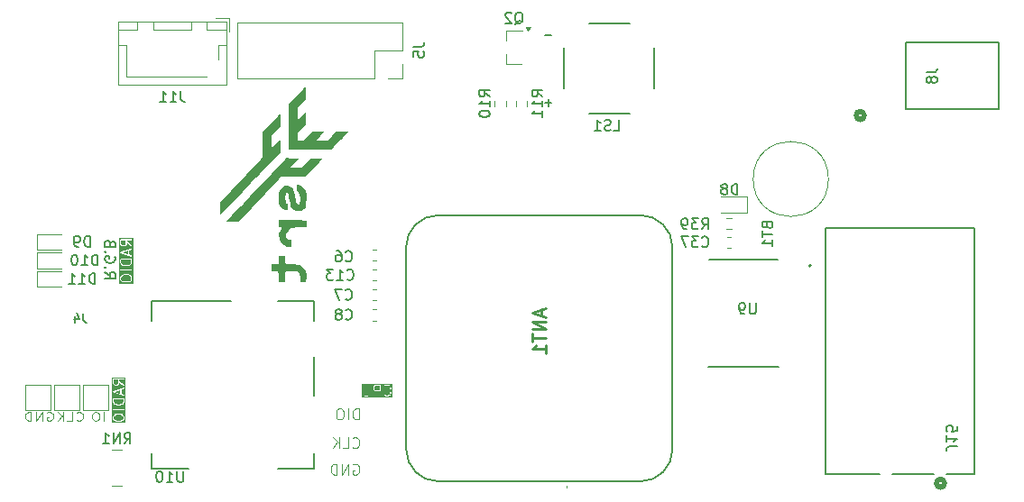
<source format=gbr>
%TF.GenerationSoftware,KiCad,Pcbnew,9.0.7*%
%TF.CreationDate,2026-01-13T15:48:47+01:00*%
%TF.ProjectId,TABv1,54414276-312e-46b6-9963-61645f706362,rev?*%
%TF.SameCoordinates,Original*%
%TF.FileFunction,Legend,Bot*%
%TF.FilePolarity,Positive*%
%FSLAX46Y46*%
G04 Gerber Fmt 4.6, Leading zero omitted, Abs format (unit mm)*
G04 Created by KiCad (PCBNEW 9.0.7) date 2026-01-13 15:48:47*
%MOMM*%
%LPD*%
G01*
G04 APERTURE LIST*
%ADD10C,0.100000*%
%ADD11C,0.150000*%
%ADD12C,0.149962*%
%ADD13C,0.254000*%
%ADD14C,0.120000*%
%ADD15C,0.152400*%
%ADD16C,0.000000*%
%ADD17C,0.127000*%
%ADD18C,0.200000*%
%ADD19C,0.508000*%
G04 APERTURE END LIST*
D10*
G36*
X82003998Y-71282365D02*
G01*
X82083707Y-71362074D01*
X82122419Y-71439496D01*
X82122419Y-71606365D01*
X82083707Y-71683787D01*
X82003998Y-71763496D01*
X81832930Y-71806264D01*
X81511907Y-71806264D01*
X81340837Y-71763496D01*
X81261131Y-71683790D01*
X81222419Y-71606366D01*
X81222419Y-71439496D01*
X81261131Y-71362072D01*
X81340837Y-71282365D01*
X81511907Y-71239598D01*
X81832930Y-71239598D01*
X82003998Y-71282365D01*
G37*
G36*
X82122419Y-69991009D02*
G01*
X82081099Y-70114968D01*
X81999942Y-70196124D01*
X81916872Y-70237660D01*
X81737692Y-70282455D01*
X81607145Y-70282455D01*
X81427966Y-70237660D01*
X81344892Y-70196123D01*
X81263739Y-70114970D01*
X81222419Y-69991008D01*
X81222419Y-69811027D01*
X82122419Y-69811027D01*
X82122419Y-69991009D01*
G37*
G36*
X81836704Y-69263083D02*
G01*
X81330532Y-69094360D01*
X81836704Y-68925636D01*
X81836704Y-69263083D01*
G37*
G36*
X81646228Y-68273032D02*
G01*
X81607516Y-68350455D01*
X81571372Y-68386600D01*
X81493949Y-68425312D01*
X81374699Y-68425312D01*
X81297275Y-68386600D01*
X81261130Y-68350456D01*
X81222419Y-68273033D01*
X81222419Y-67953884D01*
X81646228Y-67953884D01*
X81646228Y-68273032D01*
G37*
G36*
X82333530Y-72017375D02*
G01*
X81011308Y-72017375D01*
X81011308Y-71427693D01*
X81122419Y-71427693D01*
X81122419Y-71618169D01*
X81122907Y-71620625D01*
X81122545Y-71621714D01*
X81124661Y-71629441D01*
X81126225Y-71637303D01*
X81127036Y-71638114D01*
X81127698Y-71640530D01*
X81175316Y-71735767D01*
X81180231Y-71742100D01*
X81184683Y-71748762D01*
X81279921Y-71844000D01*
X81284423Y-71847008D01*
X81285510Y-71848819D01*
X81291048Y-71851435D01*
X81296142Y-71854839D01*
X81298253Y-71854839D01*
X81303149Y-71857152D01*
X81493625Y-71904771D01*
X81499742Y-71905068D01*
X81505752Y-71906264D01*
X81839085Y-71906264D01*
X81845094Y-71905068D01*
X81851212Y-71904771D01*
X82041688Y-71857152D01*
X82046584Y-71854839D01*
X82048695Y-71854839D01*
X82053790Y-71851434D01*
X82059327Y-71848819D01*
X82060412Y-71847010D01*
X82064916Y-71844001D01*
X82160155Y-71748762D01*
X82164605Y-71742102D01*
X82169521Y-71735768D01*
X82217140Y-71640530D01*
X82217801Y-71638114D01*
X82218613Y-71637303D01*
X82220176Y-71629441D01*
X82222293Y-71621714D01*
X82221930Y-71620625D01*
X82222419Y-71618169D01*
X82222419Y-71427693D01*
X82221930Y-71425236D01*
X82222293Y-71424148D01*
X82220176Y-71416420D01*
X82218613Y-71408559D01*
X82217801Y-71407747D01*
X82217140Y-71405332D01*
X82169521Y-71310094D01*
X82164605Y-71303759D01*
X82160155Y-71297100D01*
X82064916Y-71201861D01*
X82060412Y-71198851D01*
X82059327Y-71197043D01*
X82053790Y-71194427D01*
X82048695Y-71191023D01*
X82046584Y-71191023D01*
X82041688Y-71188710D01*
X81851212Y-71141091D01*
X81845094Y-71140793D01*
X81839085Y-71139598D01*
X81505752Y-71139598D01*
X81499742Y-71140793D01*
X81493625Y-71141091D01*
X81303149Y-71188710D01*
X81298253Y-71191023D01*
X81296142Y-71191023D01*
X81291048Y-71194426D01*
X81285510Y-71197043D01*
X81284423Y-71198853D01*
X81279921Y-71201862D01*
X81184683Y-71297100D01*
X81180231Y-71303761D01*
X81175316Y-71310095D01*
X81127698Y-71405332D01*
X81127036Y-71407747D01*
X81126225Y-71408559D01*
X81124661Y-71416420D01*
X81122545Y-71424148D01*
X81122907Y-71425236D01*
X81122419Y-71427693D01*
X81011308Y-71427693D01*
X81011308Y-70741893D01*
X81126225Y-70741893D01*
X81126225Y-70780161D01*
X81153285Y-70807221D01*
X81172419Y-70811027D01*
X82172419Y-70811027D01*
X82191553Y-70807221D01*
X82218613Y-70780161D01*
X82218613Y-70741893D01*
X82191553Y-70714833D01*
X82172419Y-70711027D01*
X81172419Y-70711027D01*
X81153285Y-70714833D01*
X81126225Y-70741893D01*
X81011308Y-70741893D01*
X81011308Y-69761027D01*
X81122419Y-69761027D01*
X81122419Y-69999122D01*
X81123982Y-70006984D01*
X81124985Y-70014933D01*
X81172604Y-70157790D01*
X81173844Y-70159965D01*
X81173844Y-70161113D01*
X81178297Y-70167777D01*
X81182265Y-70174738D01*
X81183291Y-70175251D01*
X81184683Y-70177334D01*
X81279921Y-70272572D01*
X81286580Y-70277022D01*
X81292915Y-70281938D01*
X81388153Y-70329557D01*
X81393434Y-70331003D01*
X81398387Y-70333343D01*
X81588863Y-70380962D01*
X81594980Y-70381259D01*
X81600990Y-70382455D01*
X81743847Y-70382455D01*
X81749856Y-70381259D01*
X81755974Y-70380962D01*
X81946450Y-70333343D01*
X81951402Y-70331003D01*
X81956684Y-70329557D01*
X82051921Y-70281939D01*
X82058249Y-70277027D01*
X82064916Y-70272573D01*
X82160155Y-70177334D01*
X82161545Y-70175252D01*
X82162573Y-70174739D01*
X82166543Y-70167773D01*
X82170994Y-70161113D01*
X82170994Y-70159965D01*
X82172234Y-70157790D01*
X82219853Y-70014934D01*
X82220855Y-70006983D01*
X82222419Y-69999122D01*
X82222419Y-69761027D01*
X82218613Y-69741893D01*
X82191553Y-69714833D01*
X82172419Y-69711027D01*
X81172419Y-69711027D01*
X81153285Y-69714833D01*
X81126225Y-69741893D01*
X81122419Y-69761027D01*
X81011308Y-69761027D01*
X81011308Y-69090816D01*
X81122545Y-69090816D01*
X81123726Y-69094360D01*
X81122545Y-69097904D01*
X81129632Y-69112080D01*
X81134646Y-69127120D01*
X81137988Y-69128790D01*
X81139659Y-69132133D01*
X81156608Y-69141794D01*
X82156607Y-69475127D01*
X82175963Y-69477567D01*
X82210191Y-69460453D01*
X82222293Y-69424149D01*
X82205178Y-69389920D01*
X82188230Y-69380259D01*
X81936704Y-69296417D01*
X81936704Y-68892302D01*
X82188230Y-68808461D01*
X82205178Y-68798800D01*
X82222293Y-68764571D01*
X82210191Y-68728267D01*
X82175963Y-68711153D01*
X82156607Y-68713593D01*
X81156608Y-69046926D01*
X81139659Y-69056587D01*
X81137988Y-69059929D01*
X81134646Y-69061600D01*
X81129632Y-69076639D01*
X81122545Y-69090816D01*
X81011308Y-69090816D01*
X81011308Y-67903884D01*
X81122419Y-67903884D01*
X81122419Y-68284836D01*
X81122907Y-68287292D01*
X81122545Y-68288381D01*
X81124661Y-68296108D01*
X81126225Y-68303970D01*
X81127036Y-68304781D01*
X81127698Y-68307197D01*
X81175316Y-68402434D01*
X81180231Y-68408767D01*
X81184683Y-68415429D01*
X81232301Y-68463048D01*
X81238967Y-68467502D01*
X81245296Y-68472414D01*
X81340534Y-68520033D01*
X81342949Y-68520694D01*
X81343761Y-68521506D01*
X81351622Y-68523069D01*
X81359350Y-68525186D01*
X81360438Y-68524823D01*
X81362895Y-68525312D01*
X81505752Y-68525312D01*
X81508208Y-68524823D01*
X81509297Y-68525186D01*
X81517024Y-68523069D01*
X81524886Y-68521506D01*
X81525697Y-68520694D01*
X81528113Y-68520033D01*
X81623350Y-68472415D01*
X81629683Y-68467499D01*
X81636345Y-68463048D01*
X81683964Y-68415430D01*
X81688418Y-68408763D01*
X81693330Y-68402435D01*
X81740949Y-68307197D01*
X81741610Y-68304781D01*
X81742422Y-68303970D01*
X81743985Y-68296108D01*
X81746102Y-68288381D01*
X81745739Y-68287292D01*
X81746228Y-68284836D01*
X81746228Y-68238011D01*
X82143746Y-68516274D01*
X82161604Y-68524128D01*
X82199290Y-68517478D01*
X82221235Y-68486127D01*
X82214585Y-68448441D01*
X82201092Y-68434350D01*
X81746228Y-68115945D01*
X81746228Y-67953884D01*
X82172419Y-67953884D01*
X82191553Y-67950078D01*
X82218613Y-67923018D01*
X82218613Y-67884750D01*
X82191553Y-67857690D01*
X82172419Y-67853884D01*
X81172419Y-67853884D01*
X81153285Y-67857690D01*
X81126225Y-67884750D01*
X81122419Y-67903884D01*
X81011308Y-67903884D01*
X81011308Y-67742773D01*
X82333530Y-67742773D01*
X82333530Y-72017375D01*
G37*
X74972306Y-71034990D02*
X75067544Y-70996895D01*
X75067544Y-70996895D02*
X75210401Y-70996895D01*
X75210401Y-70996895D02*
X75353258Y-71034990D01*
X75353258Y-71034990D02*
X75448496Y-71111180D01*
X75448496Y-71111180D02*
X75496115Y-71187371D01*
X75496115Y-71187371D02*
X75543734Y-71339752D01*
X75543734Y-71339752D02*
X75543734Y-71454038D01*
X75543734Y-71454038D02*
X75496115Y-71606419D01*
X75496115Y-71606419D02*
X75448496Y-71682609D01*
X75448496Y-71682609D02*
X75353258Y-71758800D01*
X75353258Y-71758800D02*
X75210401Y-71796895D01*
X75210401Y-71796895D02*
X75115163Y-71796895D01*
X75115163Y-71796895D02*
X74972306Y-71758800D01*
X74972306Y-71758800D02*
X74924687Y-71720704D01*
X74924687Y-71720704D02*
X74924687Y-71454038D01*
X74924687Y-71454038D02*
X75115163Y-71454038D01*
X74496115Y-71796895D02*
X74496115Y-70996895D01*
X74496115Y-70996895D02*
X73924687Y-71796895D01*
X73924687Y-71796895D02*
X73924687Y-70996895D01*
X73448496Y-71796895D02*
X73448496Y-70996895D01*
X73448496Y-70996895D02*
X73210401Y-70996895D01*
X73210401Y-70996895D02*
X73067544Y-71034990D01*
X73067544Y-71034990D02*
X72972306Y-71111180D01*
X72972306Y-71111180D02*
X72924687Y-71187371D01*
X72924687Y-71187371D02*
X72877068Y-71339752D01*
X72877068Y-71339752D02*
X72877068Y-71454038D01*
X72877068Y-71454038D02*
X72924687Y-71606419D01*
X72924687Y-71606419D02*
X72972306Y-71682609D01*
X72972306Y-71682609D02*
X73067544Y-71758800D01*
X73067544Y-71758800D02*
X73210401Y-71796895D01*
X73210401Y-71796895D02*
X73448496Y-71796895D01*
X77724687Y-71720704D02*
X77772306Y-71758800D01*
X77772306Y-71758800D02*
X77915163Y-71796895D01*
X77915163Y-71796895D02*
X78010401Y-71796895D01*
X78010401Y-71796895D02*
X78153258Y-71758800D01*
X78153258Y-71758800D02*
X78248496Y-71682609D01*
X78248496Y-71682609D02*
X78296115Y-71606419D01*
X78296115Y-71606419D02*
X78343734Y-71454038D01*
X78343734Y-71454038D02*
X78343734Y-71339752D01*
X78343734Y-71339752D02*
X78296115Y-71187371D01*
X78296115Y-71187371D02*
X78248496Y-71111180D01*
X78248496Y-71111180D02*
X78153258Y-71034990D01*
X78153258Y-71034990D02*
X78010401Y-70996895D01*
X78010401Y-70996895D02*
X77915163Y-70996895D01*
X77915163Y-70996895D02*
X77772306Y-71034990D01*
X77772306Y-71034990D02*
X77724687Y-71073085D01*
X76819925Y-71796895D02*
X77296115Y-71796895D01*
X77296115Y-71796895D02*
X77296115Y-70996895D01*
X76486591Y-71796895D02*
X76486591Y-70996895D01*
X75915163Y-71796895D02*
X76343734Y-71339752D01*
X75915163Y-70996895D02*
X76486591Y-71454038D01*
X80296115Y-71796895D02*
X80296115Y-70996895D01*
X79629449Y-70996895D02*
X79438973Y-70996895D01*
X79438973Y-70996895D02*
X79343735Y-71034990D01*
X79343735Y-71034990D02*
X79248497Y-71111180D01*
X79248497Y-71111180D02*
X79200878Y-71263561D01*
X79200878Y-71263561D02*
X79200878Y-71530228D01*
X79200878Y-71530228D02*
X79248497Y-71682609D01*
X79248497Y-71682609D02*
X79343735Y-71758800D01*
X79343735Y-71758800D02*
X79438973Y-71796895D01*
X79438973Y-71796895D02*
X79629449Y-71796895D01*
X79629449Y-71796895D02*
X79724687Y-71758800D01*
X79724687Y-71758800D02*
X79819925Y-71682609D01*
X79819925Y-71682609D02*
X79867544Y-71530228D01*
X79867544Y-71530228D02*
X79867544Y-71263561D01*
X79867544Y-71263561D02*
X79819925Y-71111180D01*
X79819925Y-71111180D02*
X79724687Y-71034990D01*
X79724687Y-71034990D02*
X79629449Y-70996895D01*
G36*
X82703998Y-58182365D02*
G01*
X82783707Y-58262074D01*
X82822419Y-58339496D01*
X82822419Y-58506365D01*
X82783707Y-58583787D01*
X82703998Y-58663496D01*
X82532930Y-58706264D01*
X82211907Y-58706264D01*
X82040837Y-58663496D01*
X81961131Y-58583790D01*
X81922419Y-58506366D01*
X81922419Y-58339496D01*
X81961131Y-58262072D01*
X82040837Y-58182365D01*
X82211907Y-58139598D01*
X82532930Y-58139598D01*
X82703998Y-58182365D01*
G37*
G36*
X82822419Y-56891009D02*
G01*
X82781099Y-57014968D01*
X82699942Y-57096124D01*
X82616872Y-57137660D01*
X82437692Y-57182455D01*
X82307145Y-57182455D01*
X82127966Y-57137660D01*
X82044892Y-57096123D01*
X81963739Y-57014970D01*
X81922419Y-56891008D01*
X81922419Y-56711027D01*
X82822419Y-56711027D01*
X82822419Y-56891009D01*
G37*
G36*
X82536704Y-56163083D02*
G01*
X82030532Y-55994360D01*
X82536704Y-55825636D01*
X82536704Y-56163083D01*
G37*
G36*
X82346228Y-55173032D02*
G01*
X82307516Y-55250455D01*
X82271372Y-55286600D01*
X82193949Y-55325312D01*
X82074699Y-55325312D01*
X81997275Y-55286600D01*
X81961130Y-55250456D01*
X81922419Y-55173033D01*
X81922419Y-54853884D01*
X82346228Y-54853884D01*
X82346228Y-55173032D01*
G37*
G36*
X83033530Y-58917375D02*
G01*
X81711308Y-58917375D01*
X81711308Y-58327693D01*
X81822419Y-58327693D01*
X81822419Y-58518169D01*
X81822907Y-58520625D01*
X81822545Y-58521714D01*
X81824661Y-58529441D01*
X81826225Y-58537303D01*
X81827036Y-58538114D01*
X81827698Y-58540530D01*
X81875316Y-58635767D01*
X81880231Y-58642100D01*
X81884683Y-58648762D01*
X81979921Y-58744000D01*
X81984423Y-58747008D01*
X81985510Y-58748819D01*
X81991048Y-58751435D01*
X81996142Y-58754839D01*
X81998253Y-58754839D01*
X82003149Y-58757152D01*
X82193625Y-58804771D01*
X82199742Y-58805068D01*
X82205752Y-58806264D01*
X82539085Y-58806264D01*
X82545094Y-58805068D01*
X82551212Y-58804771D01*
X82741688Y-58757152D01*
X82746584Y-58754839D01*
X82748695Y-58754839D01*
X82753790Y-58751434D01*
X82759327Y-58748819D01*
X82760412Y-58747010D01*
X82764916Y-58744001D01*
X82860155Y-58648762D01*
X82864605Y-58642102D01*
X82869521Y-58635768D01*
X82917140Y-58540530D01*
X82917801Y-58538114D01*
X82918613Y-58537303D01*
X82920176Y-58529441D01*
X82922293Y-58521714D01*
X82921930Y-58520625D01*
X82922419Y-58518169D01*
X82922419Y-58327693D01*
X82921930Y-58325236D01*
X82922293Y-58324148D01*
X82920176Y-58316420D01*
X82918613Y-58308559D01*
X82917801Y-58307747D01*
X82917140Y-58305332D01*
X82869521Y-58210094D01*
X82864605Y-58203759D01*
X82860155Y-58197100D01*
X82764916Y-58101861D01*
X82760412Y-58098851D01*
X82759327Y-58097043D01*
X82753790Y-58094427D01*
X82748695Y-58091023D01*
X82746584Y-58091023D01*
X82741688Y-58088710D01*
X82551212Y-58041091D01*
X82545094Y-58040793D01*
X82539085Y-58039598D01*
X82205752Y-58039598D01*
X82199742Y-58040793D01*
X82193625Y-58041091D01*
X82003149Y-58088710D01*
X81998253Y-58091023D01*
X81996142Y-58091023D01*
X81991048Y-58094426D01*
X81985510Y-58097043D01*
X81984423Y-58098853D01*
X81979921Y-58101862D01*
X81884683Y-58197100D01*
X81880231Y-58203761D01*
X81875316Y-58210095D01*
X81827698Y-58305332D01*
X81827036Y-58307747D01*
X81826225Y-58308559D01*
X81824661Y-58316420D01*
X81822545Y-58324148D01*
X81822907Y-58325236D01*
X81822419Y-58327693D01*
X81711308Y-58327693D01*
X81711308Y-57641893D01*
X81826225Y-57641893D01*
X81826225Y-57680161D01*
X81853285Y-57707221D01*
X81872419Y-57711027D01*
X82872419Y-57711027D01*
X82891553Y-57707221D01*
X82918613Y-57680161D01*
X82918613Y-57641893D01*
X82891553Y-57614833D01*
X82872419Y-57611027D01*
X81872419Y-57611027D01*
X81853285Y-57614833D01*
X81826225Y-57641893D01*
X81711308Y-57641893D01*
X81711308Y-56661027D01*
X81822419Y-56661027D01*
X81822419Y-56899122D01*
X81823982Y-56906984D01*
X81824985Y-56914933D01*
X81872604Y-57057790D01*
X81873844Y-57059965D01*
X81873844Y-57061113D01*
X81878297Y-57067777D01*
X81882265Y-57074738D01*
X81883291Y-57075251D01*
X81884683Y-57077334D01*
X81979921Y-57172572D01*
X81986580Y-57177022D01*
X81992915Y-57181938D01*
X82088153Y-57229557D01*
X82093434Y-57231003D01*
X82098387Y-57233343D01*
X82288863Y-57280962D01*
X82294980Y-57281259D01*
X82300990Y-57282455D01*
X82443847Y-57282455D01*
X82449856Y-57281259D01*
X82455974Y-57280962D01*
X82646450Y-57233343D01*
X82651402Y-57231003D01*
X82656684Y-57229557D01*
X82751921Y-57181939D01*
X82758249Y-57177027D01*
X82764916Y-57172573D01*
X82860155Y-57077334D01*
X82861545Y-57075252D01*
X82862573Y-57074739D01*
X82866543Y-57067773D01*
X82870994Y-57061113D01*
X82870994Y-57059965D01*
X82872234Y-57057790D01*
X82919853Y-56914934D01*
X82920855Y-56906983D01*
X82922419Y-56899122D01*
X82922419Y-56661027D01*
X82918613Y-56641893D01*
X82891553Y-56614833D01*
X82872419Y-56611027D01*
X81872419Y-56611027D01*
X81853285Y-56614833D01*
X81826225Y-56641893D01*
X81822419Y-56661027D01*
X81711308Y-56661027D01*
X81711308Y-55990816D01*
X81822545Y-55990816D01*
X81823726Y-55994360D01*
X81822545Y-55997904D01*
X81829632Y-56012080D01*
X81834646Y-56027120D01*
X81837988Y-56028790D01*
X81839659Y-56032133D01*
X81856608Y-56041794D01*
X82856607Y-56375127D01*
X82875963Y-56377567D01*
X82910191Y-56360453D01*
X82922293Y-56324149D01*
X82905178Y-56289920D01*
X82888230Y-56280259D01*
X82636704Y-56196417D01*
X82636704Y-55792302D01*
X82888230Y-55708461D01*
X82905178Y-55698800D01*
X82922293Y-55664571D01*
X82910191Y-55628267D01*
X82875963Y-55611153D01*
X82856607Y-55613593D01*
X81856608Y-55946926D01*
X81839659Y-55956587D01*
X81837988Y-55959929D01*
X81834646Y-55961600D01*
X81829632Y-55976639D01*
X81822545Y-55990816D01*
X81711308Y-55990816D01*
X81711308Y-54803884D01*
X81822419Y-54803884D01*
X81822419Y-55184836D01*
X81822907Y-55187292D01*
X81822545Y-55188381D01*
X81824661Y-55196108D01*
X81826225Y-55203970D01*
X81827036Y-55204781D01*
X81827698Y-55207197D01*
X81875316Y-55302434D01*
X81880231Y-55308767D01*
X81884683Y-55315429D01*
X81932301Y-55363048D01*
X81938967Y-55367502D01*
X81945296Y-55372414D01*
X82040534Y-55420033D01*
X82042949Y-55420694D01*
X82043761Y-55421506D01*
X82051622Y-55423069D01*
X82059350Y-55425186D01*
X82060438Y-55424823D01*
X82062895Y-55425312D01*
X82205752Y-55425312D01*
X82208208Y-55424823D01*
X82209297Y-55425186D01*
X82217024Y-55423069D01*
X82224886Y-55421506D01*
X82225697Y-55420694D01*
X82228113Y-55420033D01*
X82323350Y-55372415D01*
X82329683Y-55367499D01*
X82336345Y-55363048D01*
X82383964Y-55315430D01*
X82388418Y-55308763D01*
X82393330Y-55302435D01*
X82440949Y-55207197D01*
X82441610Y-55204781D01*
X82442422Y-55203970D01*
X82443985Y-55196108D01*
X82446102Y-55188381D01*
X82445739Y-55187292D01*
X82446228Y-55184836D01*
X82446228Y-55138011D01*
X82843746Y-55416274D01*
X82861604Y-55424128D01*
X82899290Y-55417478D01*
X82921235Y-55386127D01*
X82914585Y-55348441D01*
X82901092Y-55334350D01*
X82446228Y-55015945D01*
X82446228Y-54853884D01*
X82872419Y-54853884D01*
X82891553Y-54850078D01*
X82918613Y-54823018D01*
X82918613Y-54784750D01*
X82891553Y-54757690D01*
X82872419Y-54753884D01*
X81872419Y-54753884D01*
X81853285Y-54757690D01*
X81826225Y-54784750D01*
X81822419Y-54803884D01*
X81711308Y-54803884D01*
X81711308Y-54642773D01*
X83033530Y-54642773D01*
X83033530Y-58917375D01*
G37*
G36*
X106146115Y-68946228D02*
G01*
X105826967Y-68946228D01*
X105749543Y-68907516D01*
X105713398Y-68871372D01*
X105674687Y-68793949D01*
X105674687Y-68674698D01*
X105713398Y-68597274D01*
X105749543Y-68561130D01*
X105826967Y-68522419D01*
X106146115Y-68522419D01*
X106146115Y-68946228D01*
G37*
G36*
X107404845Y-69633530D02*
G01*
X104463576Y-69633530D01*
X104463576Y-68472419D01*
X104574687Y-68472419D01*
X104574687Y-69281942D01*
X104575175Y-69284398D01*
X104574813Y-69285487D01*
X104576929Y-69293214D01*
X104578493Y-69301076D01*
X104579304Y-69301887D01*
X104579966Y-69304303D01*
X104627584Y-69399540D01*
X104632495Y-69405868D01*
X104636950Y-69412535D01*
X104684569Y-69460155D01*
X104691235Y-69464609D01*
X104697564Y-69469521D01*
X104792802Y-69517140D01*
X104795217Y-69517801D01*
X104796029Y-69518613D01*
X104803890Y-69520176D01*
X104811618Y-69522293D01*
X104812706Y-69521930D01*
X104815163Y-69522419D01*
X105005639Y-69522419D01*
X105008095Y-69521930D01*
X105009184Y-69522293D01*
X105016911Y-69520176D01*
X105024773Y-69518613D01*
X105025584Y-69517801D01*
X105028000Y-69517140D01*
X105123237Y-69469522D01*
X105129564Y-69464611D01*
X105136233Y-69460155D01*
X105183852Y-69412535D01*
X105188305Y-69405869D01*
X105193217Y-69399541D01*
X105240836Y-69304303D01*
X105241497Y-69301887D01*
X105242309Y-69301076D01*
X105243872Y-69293214D01*
X105245989Y-69285487D01*
X105245626Y-69284398D01*
X105246115Y-69281942D01*
X105246115Y-68662895D01*
X105574687Y-68662895D01*
X105574687Y-68805752D01*
X105575175Y-68808208D01*
X105574813Y-68809297D01*
X105576929Y-68817024D01*
X105578493Y-68824886D01*
X105579304Y-68825697D01*
X105579966Y-68828113D01*
X105627584Y-68923350D01*
X105632499Y-68929683D01*
X105636951Y-68936345D01*
X105684569Y-68983964D01*
X105691235Y-68988418D01*
X105697564Y-68993330D01*
X105792802Y-69040949D01*
X105795217Y-69041610D01*
X105796029Y-69042422D01*
X105803890Y-69043985D01*
X105811618Y-69046102D01*
X105812706Y-69045739D01*
X105815163Y-69046228D01*
X106146115Y-69046228D01*
X106146115Y-69472419D01*
X106149921Y-69491553D01*
X106176981Y-69518613D01*
X106215249Y-69518613D01*
X106242309Y-69491553D01*
X106246115Y-69472419D01*
X106246115Y-68548523D01*
X106578493Y-68548523D01*
X106578493Y-68586791D01*
X106605553Y-68613851D01*
X106643821Y-68613851D01*
X106660042Y-68603012D01*
X106699315Y-68563739D01*
X106823276Y-68522419D01*
X106902288Y-68522419D01*
X107026249Y-68563739D01*
X107107402Y-68644892D01*
X107148939Y-68727966D01*
X107193734Y-68907145D01*
X107193734Y-69037692D01*
X107148939Y-69216870D01*
X107107402Y-69299944D01*
X107026248Y-69381098D01*
X106902288Y-69422419D01*
X106823276Y-69422419D01*
X106699316Y-69381099D01*
X106660043Y-69341825D01*
X106643822Y-69330986D01*
X106605553Y-69330986D01*
X106578493Y-69358045D01*
X106578493Y-69396314D01*
X106589331Y-69412535D01*
X106636950Y-69460155D01*
X106639032Y-69461546D01*
X106639546Y-69462573D01*
X106646504Y-69466539D01*
X106653171Y-69470994D01*
X106654320Y-69470994D01*
X106656495Y-69472234D01*
X106799351Y-69519853D01*
X106807301Y-69520855D01*
X106815163Y-69522419D01*
X106910401Y-69522419D01*
X106918263Y-69520855D01*
X106926212Y-69519853D01*
X107069069Y-69472234D01*
X107071244Y-69470994D01*
X107072393Y-69470994D01*
X107079063Y-69466536D01*
X107086017Y-69462573D01*
X107086529Y-69461547D01*
X107088614Y-69460155D01*
X107183852Y-69364916D01*
X107188305Y-69358250D01*
X107193217Y-69351922D01*
X107240836Y-69256684D01*
X107242282Y-69251402D01*
X107244622Y-69246450D01*
X107292241Y-69055974D01*
X107292538Y-69049856D01*
X107293734Y-69043847D01*
X107293734Y-68900990D01*
X107292538Y-68894980D01*
X107292241Y-68888863D01*
X107244622Y-68698387D01*
X107242282Y-68693434D01*
X107240836Y-68688153D01*
X107193217Y-68592915D01*
X107188301Y-68586580D01*
X107183851Y-68579921D01*
X107088613Y-68484683D01*
X107086530Y-68483291D01*
X107086017Y-68482265D01*
X107079056Y-68478297D01*
X107072392Y-68473844D01*
X107071244Y-68473844D01*
X107069069Y-68472604D01*
X106926212Y-68424985D01*
X106918263Y-68423982D01*
X106910401Y-68422419D01*
X106815163Y-68422419D01*
X106807301Y-68423982D01*
X106799351Y-68424985D01*
X106656495Y-68472604D01*
X106654320Y-68473844D01*
X106653171Y-68473844D01*
X106646504Y-68478298D01*
X106639546Y-68482265D01*
X106639032Y-68483291D01*
X106636950Y-68484683D01*
X106589332Y-68532302D01*
X106578493Y-68548523D01*
X106246115Y-68548523D01*
X106246115Y-68472419D01*
X106242309Y-68453285D01*
X106215249Y-68426225D01*
X106196115Y-68422419D01*
X105815163Y-68422419D01*
X105812706Y-68422907D01*
X105811618Y-68422545D01*
X105803890Y-68424661D01*
X105796029Y-68426225D01*
X105795217Y-68427036D01*
X105792802Y-68427698D01*
X105697564Y-68475317D01*
X105691235Y-68480228D01*
X105684569Y-68484683D01*
X105636951Y-68532302D01*
X105632499Y-68538963D01*
X105627584Y-68545297D01*
X105579966Y-68640534D01*
X105579304Y-68642949D01*
X105578493Y-68643761D01*
X105576929Y-68651622D01*
X105574813Y-68659350D01*
X105575175Y-68660438D01*
X105574687Y-68662895D01*
X105246115Y-68662895D01*
X105246115Y-68472419D01*
X105242309Y-68453285D01*
X105215249Y-68426225D01*
X105176981Y-68426225D01*
X105149921Y-68453285D01*
X105146115Y-68472419D01*
X105146115Y-69270138D01*
X105107403Y-69347561D01*
X105071257Y-69383708D01*
X104993836Y-69422419D01*
X104826967Y-69422419D01*
X104749544Y-69383708D01*
X104713398Y-69347561D01*
X104674687Y-69270139D01*
X104674687Y-68472419D01*
X104670881Y-68453285D01*
X104643821Y-68426225D01*
X104605553Y-68426225D01*
X104578493Y-68453285D01*
X104574687Y-68472419D01*
X104463576Y-68472419D01*
X104463576Y-68311308D01*
X107404845Y-68311308D01*
X107404845Y-69633530D01*
G37*
X103672306Y-75920038D02*
X103767544Y-75872419D01*
X103767544Y-75872419D02*
X103910401Y-75872419D01*
X103910401Y-75872419D02*
X104053258Y-75920038D01*
X104053258Y-75920038D02*
X104148496Y-76015276D01*
X104148496Y-76015276D02*
X104196115Y-76110514D01*
X104196115Y-76110514D02*
X104243734Y-76300990D01*
X104243734Y-76300990D02*
X104243734Y-76443847D01*
X104243734Y-76443847D02*
X104196115Y-76634323D01*
X104196115Y-76634323D02*
X104148496Y-76729561D01*
X104148496Y-76729561D02*
X104053258Y-76824800D01*
X104053258Y-76824800D02*
X103910401Y-76872419D01*
X103910401Y-76872419D02*
X103815163Y-76872419D01*
X103815163Y-76872419D02*
X103672306Y-76824800D01*
X103672306Y-76824800D02*
X103624687Y-76777180D01*
X103624687Y-76777180D02*
X103624687Y-76443847D01*
X103624687Y-76443847D02*
X103815163Y-76443847D01*
X103196115Y-76872419D02*
X103196115Y-75872419D01*
X103196115Y-75872419D02*
X102624687Y-76872419D01*
X102624687Y-76872419D02*
X102624687Y-75872419D01*
X102148496Y-76872419D02*
X102148496Y-75872419D01*
X102148496Y-75872419D02*
X101910401Y-75872419D01*
X101910401Y-75872419D02*
X101767544Y-75920038D01*
X101767544Y-75920038D02*
X101672306Y-76015276D01*
X101672306Y-76015276D02*
X101624687Y-76110514D01*
X101624687Y-76110514D02*
X101577068Y-76300990D01*
X101577068Y-76300990D02*
X101577068Y-76443847D01*
X101577068Y-76443847D02*
X101624687Y-76634323D01*
X101624687Y-76634323D02*
X101672306Y-76729561D01*
X101672306Y-76729561D02*
X101767544Y-76824800D01*
X101767544Y-76824800D02*
X101910401Y-76872419D01*
X101910401Y-76872419D02*
X102148496Y-76872419D01*
X103624687Y-74277180D02*
X103672306Y-74324800D01*
X103672306Y-74324800D02*
X103815163Y-74372419D01*
X103815163Y-74372419D02*
X103910401Y-74372419D01*
X103910401Y-74372419D02*
X104053258Y-74324800D01*
X104053258Y-74324800D02*
X104148496Y-74229561D01*
X104148496Y-74229561D02*
X104196115Y-74134323D01*
X104196115Y-74134323D02*
X104243734Y-73943847D01*
X104243734Y-73943847D02*
X104243734Y-73800990D01*
X104243734Y-73800990D02*
X104196115Y-73610514D01*
X104196115Y-73610514D02*
X104148496Y-73515276D01*
X104148496Y-73515276D02*
X104053258Y-73420038D01*
X104053258Y-73420038D02*
X103910401Y-73372419D01*
X103910401Y-73372419D02*
X103815163Y-73372419D01*
X103815163Y-73372419D02*
X103672306Y-73420038D01*
X103672306Y-73420038D02*
X103624687Y-73467657D01*
X102719925Y-74372419D02*
X103196115Y-74372419D01*
X103196115Y-74372419D02*
X103196115Y-73372419D01*
X102386591Y-74372419D02*
X102386591Y-73372419D01*
X101815163Y-74372419D02*
X102243734Y-73800990D01*
X101815163Y-73372419D02*
X102386591Y-73943847D01*
D11*
X80380180Y-57841792D02*
X80856371Y-58175125D01*
X80380180Y-58413220D02*
X81380180Y-58413220D01*
X81380180Y-58413220D02*
X81380180Y-58032268D01*
X81380180Y-58032268D02*
X81332561Y-57937030D01*
X81332561Y-57937030D02*
X81284942Y-57889411D01*
X81284942Y-57889411D02*
X81189704Y-57841792D01*
X81189704Y-57841792D02*
X81046847Y-57841792D01*
X81046847Y-57841792D02*
X80951609Y-57889411D01*
X80951609Y-57889411D02*
X80903990Y-57937030D01*
X80903990Y-57937030D02*
X80856371Y-58032268D01*
X80856371Y-58032268D02*
X80856371Y-58413220D01*
X80475419Y-57413220D02*
X80427800Y-57365601D01*
X80427800Y-57365601D02*
X80380180Y-57413220D01*
X80380180Y-57413220D02*
X80427800Y-57460839D01*
X80427800Y-57460839D02*
X80475419Y-57413220D01*
X80475419Y-57413220D02*
X80380180Y-57413220D01*
X81332561Y-56413221D02*
X81380180Y-56508459D01*
X81380180Y-56508459D02*
X81380180Y-56651316D01*
X81380180Y-56651316D02*
X81332561Y-56794173D01*
X81332561Y-56794173D02*
X81237323Y-56889411D01*
X81237323Y-56889411D02*
X81142085Y-56937030D01*
X81142085Y-56937030D02*
X80951609Y-56984649D01*
X80951609Y-56984649D02*
X80808752Y-56984649D01*
X80808752Y-56984649D02*
X80618276Y-56937030D01*
X80618276Y-56937030D02*
X80523038Y-56889411D01*
X80523038Y-56889411D02*
X80427800Y-56794173D01*
X80427800Y-56794173D02*
X80380180Y-56651316D01*
X80380180Y-56651316D02*
X80380180Y-56556078D01*
X80380180Y-56556078D02*
X80427800Y-56413221D01*
X80427800Y-56413221D02*
X80475419Y-56365602D01*
X80475419Y-56365602D02*
X80808752Y-56365602D01*
X80808752Y-56365602D02*
X80808752Y-56556078D01*
X80475419Y-55937030D02*
X80427800Y-55889411D01*
X80427800Y-55889411D02*
X80380180Y-55937030D01*
X80380180Y-55937030D02*
X80427800Y-55984649D01*
X80427800Y-55984649D02*
X80475419Y-55937030D01*
X80475419Y-55937030D02*
X80380180Y-55937030D01*
X80903990Y-55127507D02*
X80856371Y-54984650D01*
X80856371Y-54984650D02*
X80808752Y-54937031D01*
X80808752Y-54937031D02*
X80713514Y-54889412D01*
X80713514Y-54889412D02*
X80570657Y-54889412D01*
X80570657Y-54889412D02*
X80475419Y-54937031D01*
X80475419Y-54937031D02*
X80427800Y-54984650D01*
X80427800Y-54984650D02*
X80380180Y-55079888D01*
X80380180Y-55079888D02*
X80380180Y-55460840D01*
X80380180Y-55460840D02*
X81380180Y-55460840D01*
X81380180Y-55460840D02*
X81380180Y-55127507D01*
X81380180Y-55127507D02*
X81332561Y-55032269D01*
X81332561Y-55032269D02*
X81284942Y-54984650D01*
X81284942Y-54984650D02*
X81189704Y-54937031D01*
X81189704Y-54937031D02*
X81094466Y-54937031D01*
X81094466Y-54937031D02*
X80999228Y-54984650D01*
X80999228Y-54984650D02*
X80951609Y-55032269D01*
X80951609Y-55032269D02*
X80903990Y-55127507D01*
X80903990Y-55127507D02*
X80903990Y-55460840D01*
D10*
X104196115Y-71672419D02*
X104196115Y-70672419D01*
X104196115Y-70672419D02*
X103958020Y-70672419D01*
X103958020Y-70672419D02*
X103815163Y-70720038D01*
X103815163Y-70720038D02*
X103719925Y-70815276D01*
X103719925Y-70815276D02*
X103672306Y-70910514D01*
X103672306Y-70910514D02*
X103624687Y-71100990D01*
X103624687Y-71100990D02*
X103624687Y-71243847D01*
X103624687Y-71243847D02*
X103672306Y-71434323D01*
X103672306Y-71434323D02*
X103719925Y-71529561D01*
X103719925Y-71529561D02*
X103815163Y-71624800D01*
X103815163Y-71624800D02*
X103958020Y-71672419D01*
X103958020Y-71672419D02*
X104196115Y-71672419D01*
X103196115Y-71672419D02*
X103196115Y-70672419D01*
X102529449Y-70672419D02*
X102338973Y-70672419D01*
X102338973Y-70672419D02*
X102243735Y-70720038D01*
X102243735Y-70720038D02*
X102148497Y-70815276D01*
X102148497Y-70815276D02*
X102100878Y-71005752D01*
X102100878Y-71005752D02*
X102100878Y-71339085D01*
X102100878Y-71339085D02*
X102148497Y-71529561D01*
X102148497Y-71529561D02*
X102243735Y-71624800D01*
X102243735Y-71624800D02*
X102338973Y-71672419D01*
X102338973Y-71672419D02*
X102529449Y-71672419D01*
X102529449Y-71672419D02*
X102624687Y-71624800D01*
X102624687Y-71624800D02*
X102719925Y-71529561D01*
X102719925Y-71529561D02*
X102767544Y-71339085D01*
X102767544Y-71339085D02*
X102767544Y-71005752D01*
X102767544Y-71005752D02*
X102719925Y-70815276D01*
X102719925Y-70815276D02*
X102624687Y-70720038D01*
X102624687Y-70720038D02*
X102529449Y-70672419D01*
D11*
X116504819Y-41357142D02*
X116028628Y-41023809D01*
X116504819Y-40785714D02*
X115504819Y-40785714D01*
X115504819Y-40785714D02*
X115504819Y-41166666D01*
X115504819Y-41166666D02*
X115552438Y-41261904D01*
X115552438Y-41261904D02*
X115600057Y-41309523D01*
X115600057Y-41309523D02*
X115695295Y-41357142D01*
X115695295Y-41357142D02*
X115838152Y-41357142D01*
X115838152Y-41357142D02*
X115933390Y-41309523D01*
X115933390Y-41309523D02*
X115981009Y-41261904D01*
X115981009Y-41261904D02*
X116028628Y-41166666D01*
X116028628Y-41166666D02*
X116028628Y-40785714D01*
X116504819Y-42309523D02*
X116504819Y-41738095D01*
X116504819Y-42023809D02*
X115504819Y-42023809D01*
X115504819Y-42023809D02*
X115647676Y-41928571D01*
X115647676Y-41928571D02*
X115742914Y-41833333D01*
X115742914Y-41833333D02*
X115790533Y-41738095D01*
X115504819Y-42928571D02*
X115504819Y-43023809D01*
X115504819Y-43023809D02*
X115552438Y-43119047D01*
X115552438Y-43119047D02*
X115600057Y-43166666D01*
X115600057Y-43166666D02*
X115695295Y-43214285D01*
X115695295Y-43214285D02*
X115885771Y-43261904D01*
X115885771Y-43261904D02*
X116123866Y-43261904D01*
X116123866Y-43261904D02*
X116314342Y-43214285D01*
X116314342Y-43214285D02*
X116409580Y-43166666D01*
X116409580Y-43166666D02*
X116457200Y-43119047D01*
X116457200Y-43119047D02*
X116504819Y-43023809D01*
X116504819Y-43023809D02*
X116504819Y-42928571D01*
X116504819Y-42928571D02*
X116457200Y-42833333D01*
X116457200Y-42833333D02*
X116409580Y-42785714D01*
X116409580Y-42785714D02*
X116314342Y-42738095D01*
X116314342Y-42738095D02*
X116123866Y-42690476D01*
X116123866Y-42690476D02*
X115885771Y-42690476D01*
X115885771Y-42690476D02*
X115695295Y-42738095D01*
X115695295Y-42738095D02*
X115600057Y-42785714D01*
X115600057Y-42785714D02*
X115552438Y-42833333D01*
X115552438Y-42833333D02*
X115504819Y-42928571D01*
X87509523Y-40854819D02*
X87509523Y-41569104D01*
X87509523Y-41569104D02*
X87557142Y-41711961D01*
X87557142Y-41711961D02*
X87652380Y-41807200D01*
X87652380Y-41807200D02*
X87795237Y-41854819D01*
X87795237Y-41854819D02*
X87890475Y-41854819D01*
X86509523Y-41854819D02*
X87080951Y-41854819D01*
X86795237Y-41854819D02*
X86795237Y-40854819D01*
X86795237Y-40854819D02*
X86890475Y-40997676D01*
X86890475Y-40997676D02*
X86985713Y-41092914D01*
X86985713Y-41092914D02*
X87080951Y-41140533D01*
X85557142Y-41854819D02*
X86128570Y-41854819D01*
X85842856Y-41854819D02*
X85842856Y-40854819D01*
X85842856Y-40854819D02*
X85938094Y-40997676D01*
X85938094Y-40997676D02*
X86033332Y-41092914D01*
X86033332Y-41092914D02*
X86128570Y-41140533D01*
X118857738Y-34550057D02*
X118952976Y-34502438D01*
X118952976Y-34502438D02*
X119048214Y-34407200D01*
X119048214Y-34407200D02*
X119191071Y-34264342D01*
X119191071Y-34264342D02*
X119286309Y-34216723D01*
X119286309Y-34216723D02*
X119381547Y-34216723D01*
X119333928Y-34454819D02*
X119429166Y-34407200D01*
X119429166Y-34407200D02*
X119524404Y-34311961D01*
X119524404Y-34311961D02*
X119572023Y-34121485D01*
X119572023Y-34121485D02*
X119572023Y-33788152D01*
X119572023Y-33788152D02*
X119524404Y-33597676D01*
X119524404Y-33597676D02*
X119429166Y-33502438D01*
X119429166Y-33502438D02*
X119333928Y-33454819D01*
X119333928Y-33454819D02*
X119143452Y-33454819D01*
X119143452Y-33454819D02*
X119048214Y-33502438D01*
X119048214Y-33502438D02*
X118952976Y-33597676D01*
X118952976Y-33597676D02*
X118905357Y-33788152D01*
X118905357Y-33788152D02*
X118905357Y-34121485D01*
X118905357Y-34121485D02*
X118952976Y-34311961D01*
X118952976Y-34311961D02*
X119048214Y-34407200D01*
X119048214Y-34407200D02*
X119143452Y-34454819D01*
X119143452Y-34454819D02*
X119333928Y-34454819D01*
X118524404Y-33550057D02*
X118476785Y-33502438D01*
X118476785Y-33502438D02*
X118381547Y-33454819D01*
X118381547Y-33454819D02*
X118143452Y-33454819D01*
X118143452Y-33454819D02*
X118048214Y-33502438D01*
X118048214Y-33502438D02*
X118000595Y-33550057D01*
X118000595Y-33550057D02*
X117952976Y-33645295D01*
X117952976Y-33645295D02*
X117952976Y-33740533D01*
X117952976Y-33740533D02*
X118000595Y-33883390D01*
X118000595Y-33883390D02*
X118572023Y-34454819D01*
X118572023Y-34454819D02*
X117952976Y-34454819D01*
X109354819Y-36666666D02*
X110069104Y-36666666D01*
X110069104Y-36666666D02*
X110211961Y-36619047D01*
X110211961Y-36619047D02*
X110307200Y-36523809D01*
X110307200Y-36523809D02*
X110354819Y-36380952D01*
X110354819Y-36380952D02*
X110354819Y-36285714D01*
X109354819Y-37619047D02*
X109354819Y-37142857D01*
X109354819Y-37142857D02*
X109831009Y-37095238D01*
X109831009Y-37095238D02*
X109783390Y-37142857D01*
X109783390Y-37142857D02*
X109735771Y-37238095D01*
X109735771Y-37238095D02*
X109735771Y-37476190D01*
X109735771Y-37476190D02*
X109783390Y-37571428D01*
X109783390Y-37571428D02*
X109831009Y-37619047D01*
X109831009Y-37619047D02*
X109926247Y-37666666D01*
X109926247Y-37666666D02*
X110164342Y-37666666D01*
X110164342Y-37666666D02*
X110259580Y-37619047D01*
X110259580Y-37619047D02*
X110307200Y-37571428D01*
X110307200Y-37571428D02*
X110354819Y-37476190D01*
X110354819Y-37476190D02*
X110354819Y-37238095D01*
X110354819Y-37238095D02*
X110307200Y-37142857D01*
X110307200Y-37142857D02*
X110259580Y-37095238D01*
X82190476Y-73954819D02*
X82523809Y-73478628D01*
X82761904Y-73954819D02*
X82761904Y-72954819D01*
X82761904Y-72954819D02*
X82380952Y-72954819D01*
X82380952Y-72954819D02*
X82285714Y-73002438D01*
X82285714Y-73002438D02*
X82238095Y-73050057D01*
X82238095Y-73050057D02*
X82190476Y-73145295D01*
X82190476Y-73145295D02*
X82190476Y-73288152D01*
X82190476Y-73288152D02*
X82238095Y-73383390D01*
X82238095Y-73383390D02*
X82285714Y-73431009D01*
X82285714Y-73431009D02*
X82380952Y-73478628D01*
X82380952Y-73478628D02*
X82761904Y-73478628D01*
X81761904Y-73954819D02*
X81761904Y-72954819D01*
X81761904Y-72954819D02*
X81190476Y-73954819D01*
X81190476Y-73954819D02*
X81190476Y-72954819D01*
X80190476Y-73954819D02*
X80761904Y-73954819D01*
X80476190Y-73954819D02*
X80476190Y-72954819D01*
X80476190Y-72954819D02*
X80571428Y-73097676D01*
X80571428Y-73097676D02*
X80666666Y-73192914D01*
X80666666Y-73192914D02*
X80761904Y-73240533D01*
D12*
X78347702Y-61720176D02*
X78347702Y-62338775D01*
X78347702Y-62338775D02*
X78388941Y-62462495D01*
X78388941Y-62462495D02*
X78471421Y-62544975D01*
X78471421Y-62544975D02*
X78595141Y-62586214D01*
X78595141Y-62586214D02*
X78677621Y-62586214D01*
X77564144Y-62008856D02*
X77564144Y-62586214D01*
X77770343Y-61678937D02*
X77976543Y-62297535D01*
X77976543Y-62297535D02*
X77440424Y-62297535D01*
D11*
X121454819Y-41357142D02*
X120978628Y-41023809D01*
X121454819Y-40785714D02*
X120454819Y-40785714D01*
X120454819Y-40785714D02*
X120454819Y-41166666D01*
X120454819Y-41166666D02*
X120502438Y-41261904D01*
X120502438Y-41261904D02*
X120550057Y-41309523D01*
X120550057Y-41309523D02*
X120645295Y-41357142D01*
X120645295Y-41357142D02*
X120788152Y-41357142D01*
X120788152Y-41357142D02*
X120883390Y-41309523D01*
X120883390Y-41309523D02*
X120931009Y-41261904D01*
X120931009Y-41261904D02*
X120978628Y-41166666D01*
X120978628Y-41166666D02*
X120978628Y-40785714D01*
X121454819Y-42309523D02*
X121454819Y-41738095D01*
X121454819Y-42023809D02*
X120454819Y-42023809D01*
X120454819Y-42023809D02*
X120597676Y-41928571D01*
X120597676Y-41928571D02*
X120692914Y-41833333D01*
X120692914Y-41833333D02*
X120740533Y-41738095D01*
X121454819Y-43261904D02*
X121454819Y-42690476D01*
X121454819Y-42976190D02*
X120454819Y-42976190D01*
X120454819Y-42976190D02*
X120597676Y-42880952D01*
X120597676Y-42880952D02*
X120692914Y-42785714D01*
X120692914Y-42785714D02*
X120740533Y-42690476D01*
X87738094Y-76554819D02*
X87738094Y-77364342D01*
X87738094Y-77364342D02*
X87690475Y-77459580D01*
X87690475Y-77459580D02*
X87642856Y-77507200D01*
X87642856Y-77507200D02*
X87547618Y-77554819D01*
X87547618Y-77554819D02*
X87357142Y-77554819D01*
X87357142Y-77554819D02*
X87261904Y-77507200D01*
X87261904Y-77507200D02*
X87214285Y-77459580D01*
X87214285Y-77459580D02*
X87166666Y-77364342D01*
X87166666Y-77364342D02*
X87166666Y-76554819D01*
X86166666Y-77554819D02*
X86738094Y-77554819D01*
X86452380Y-77554819D02*
X86452380Y-76554819D01*
X86452380Y-76554819D02*
X86547618Y-76697676D01*
X86547618Y-76697676D02*
X86642856Y-76792914D01*
X86642856Y-76792914D02*
X86738094Y-76840533D01*
X85547618Y-76554819D02*
X85452380Y-76554819D01*
X85452380Y-76554819D02*
X85357142Y-76602438D01*
X85357142Y-76602438D02*
X85309523Y-76650057D01*
X85309523Y-76650057D02*
X85261904Y-76745295D01*
X85261904Y-76745295D02*
X85214285Y-76935771D01*
X85214285Y-76935771D02*
X85214285Y-77173866D01*
X85214285Y-77173866D02*
X85261904Y-77364342D01*
X85261904Y-77364342D02*
X85309523Y-77459580D01*
X85309523Y-77459580D02*
X85357142Y-77507200D01*
X85357142Y-77507200D02*
X85452380Y-77554819D01*
X85452380Y-77554819D02*
X85547618Y-77554819D01*
X85547618Y-77554819D02*
X85642856Y-77507200D01*
X85642856Y-77507200D02*
X85690475Y-77459580D01*
X85690475Y-77459580D02*
X85738094Y-77364342D01*
X85738094Y-77364342D02*
X85785713Y-77173866D01*
X85785713Y-77173866D02*
X85785713Y-76935771D01*
X85785713Y-76935771D02*
X85738094Y-76745295D01*
X85738094Y-76745295D02*
X85690475Y-76650057D01*
X85690475Y-76650057D02*
X85642856Y-76602438D01*
X85642856Y-76602438D02*
X85547618Y-76554819D01*
X103097857Y-58494580D02*
X103145476Y-58542200D01*
X103145476Y-58542200D02*
X103288333Y-58589819D01*
X103288333Y-58589819D02*
X103383571Y-58589819D01*
X103383571Y-58589819D02*
X103526428Y-58542200D01*
X103526428Y-58542200D02*
X103621666Y-58446961D01*
X103621666Y-58446961D02*
X103669285Y-58351723D01*
X103669285Y-58351723D02*
X103716904Y-58161247D01*
X103716904Y-58161247D02*
X103716904Y-58018390D01*
X103716904Y-58018390D02*
X103669285Y-57827914D01*
X103669285Y-57827914D02*
X103621666Y-57732676D01*
X103621666Y-57732676D02*
X103526428Y-57637438D01*
X103526428Y-57637438D02*
X103383571Y-57589819D01*
X103383571Y-57589819D02*
X103288333Y-57589819D01*
X103288333Y-57589819D02*
X103145476Y-57637438D01*
X103145476Y-57637438D02*
X103097857Y-57685057D01*
X102145476Y-58589819D02*
X102716904Y-58589819D01*
X102431190Y-58589819D02*
X102431190Y-57589819D01*
X102431190Y-57589819D02*
X102526428Y-57732676D01*
X102526428Y-57732676D02*
X102621666Y-57827914D01*
X102621666Y-57827914D02*
X102716904Y-57875533D01*
X101812142Y-57589819D02*
X101193095Y-57589819D01*
X101193095Y-57589819D02*
X101526428Y-57970771D01*
X101526428Y-57970771D02*
X101383571Y-57970771D01*
X101383571Y-57970771D02*
X101288333Y-58018390D01*
X101288333Y-58018390D02*
X101240714Y-58066009D01*
X101240714Y-58066009D02*
X101193095Y-58161247D01*
X101193095Y-58161247D02*
X101193095Y-58399342D01*
X101193095Y-58399342D02*
X101240714Y-58494580D01*
X101240714Y-58494580D02*
X101288333Y-58542200D01*
X101288333Y-58542200D02*
X101383571Y-58589819D01*
X101383571Y-58589819D02*
X101669285Y-58589819D01*
X101669285Y-58589819D02*
X101764523Y-58542200D01*
X101764523Y-58542200D02*
X101812142Y-58494580D01*
X141461904Y-60754819D02*
X141461904Y-61564342D01*
X141461904Y-61564342D02*
X141414285Y-61659580D01*
X141414285Y-61659580D02*
X141366666Y-61707200D01*
X141366666Y-61707200D02*
X141271428Y-61754819D01*
X141271428Y-61754819D02*
X141080952Y-61754819D01*
X141080952Y-61754819D02*
X140985714Y-61707200D01*
X140985714Y-61707200D02*
X140938095Y-61659580D01*
X140938095Y-61659580D02*
X140890476Y-61564342D01*
X140890476Y-61564342D02*
X140890476Y-60754819D01*
X140366666Y-61754819D02*
X140176190Y-61754819D01*
X140176190Y-61754819D02*
X140080952Y-61707200D01*
X140080952Y-61707200D02*
X140033333Y-61659580D01*
X140033333Y-61659580D02*
X139938095Y-61516723D01*
X139938095Y-61516723D02*
X139890476Y-61326247D01*
X139890476Y-61326247D02*
X139890476Y-60945295D01*
X139890476Y-60945295D02*
X139938095Y-60850057D01*
X139938095Y-60850057D02*
X139985714Y-60802438D01*
X139985714Y-60802438D02*
X140080952Y-60754819D01*
X140080952Y-60754819D02*
X140271428Y-60754819D01*
X140271428Y-60754819D02*
X140366666Y-60802438D01*
X140366666Y-60802438D02*
X140414285Y-60850057D01*
X140414285Y-60850057D02*
X140461904Y-60945295D01*
X140461904Y-60945295D02*
X140461904Y-61183390D01*
X140461904Y-61183390D02*
X140414285Y-61278628D01*
X140414285Y-61278628D02*
X140366666Y-61326247D01*
X140366666Y-61326247D02*
X140271428Y-61373866D01*
X140271428Y-61373866D02*
X140080952Y-61373866D01*
X140080952Y-61373866D02*
X139985714Y-61326247D01*
X139985714Y-61326247D02*
X139938095Y-61278628D01*
X139938095Y-61278628D02*
X139890476Y-61183390D01*
X160345180Y-74209523D02*
X159630895Y-74209523D01*
X159630895Y-74209523D02*
X159488038Y-74257142D01*
X159488038Y-74257142D02*
X159392800Y-74352380D01*
X159392800Y-74352380D02*
X159345180Y-74495237D01*
X159345180Y-74495237D02*
X159345180Y-74590475D01*
X159345180Y-73209523D02*
X159345180Y-73780951D01*
X159345180Y-73495237D02*
X160345180Y-73495237D01*
X160345180Y-73495237D02*
X160202323Y-73590475D01*
X160202323Y-73590475D02*
X160107085Y-73685713D01*
X160107085Y-73685713D02*
X160059466Y-73780951D01*
X160345180Y-72304761D02*
X160345180Y-72780951D01*
X160345180Y-72780951D02*
X159868990Y-72828570D01*
X159868990Y-72828570D02*
X159916609Y-72780951D01*
X159916609Y-72780951D02*
X159964228Y-72685713D01*
X159964228Y-72685713D02*
X159964228Y-72447618D01*
X159964228Y-72447618D02*
X159916609Y-72352380D01*
X159916609Y-72352380D02*
X159868990Y-72304761D01*
X159868990Y-72304761D02*
X159773752Y-72257142D01*
X159773752Y-72257142D02*
X159535657Y-72257142D01*
X159535657Y-72257142D02*
X159440419Y-72304761D01*
X159440419Y-72304761D02*
X159392800Y-72352380D01*
X159392800Y-72352380D02*
X159345180Y-72447618D01*
X159345180Y-72447618D02*
X159345180Y-72685713D01*
X159345180Y-72685713D02*
X159392800Y-72780951D01*
X159392800Y-72780951D02*
X159440419Y-72828570D01*
X78988094Y-55454819D02*
X78988094Y-54454819D01*
X78988094Y-54454819D02*
X78749999Y-54454819D01*
X78749999Y-54454819D02*
X78607142Y-54502438D01*
X78607142Y-54502438D02*
X78511904Y-54597676D01*
X78511904Y-54597676D02*
X78464285Y-54692914D01*
X78464285Y-54692914D02*
X78416666Y-54883390D01*
X78416666Y-54883390D02*
X78416666Y-55026247D01*
X78416666Y-55026247D02*
X78464285Y-55216723D01*
X78464285Y-55216723D02*
X78511904Y-55311961D01*
X78511904Y-55311961D02*
X78607142Y-55407200D01*
X78607142Y-55407200D02*
X78749999Y-55454819D01*
X78749999Y-55454819D02*
X78988094Y-55454819D01*
X77940475Y-55454819D02*
X77749999Y-55454819D01*
X77749999Y-55454819D02*
X77654761Y-55407200D01*
X77654761Y-55407200D02*
X77607142Y-55359580D01*
X77607142Y-55359580D02*
X77511904Y-55216723D01*
X77511904Y-55216723D02*
X77464285Y-55026247D01*
X77464285Y-55026247D02*
X77464285Y-54645295D01*
X77464285Y-54645295D02*
X77511904Y-54550057D01*
X77511904Y-54550057D02*
X77559523Y-54502438D01*
X77559523Y-54502438D02*
X77654761Y-54454819D01*
X77654761Y-54454819D02*
X77845237Y-54454819D01*
X77845237Y-54454819D02*
X77940475Y-54502438D01*
X77940475Y-54502438D02*
X77988094Y-54550057D01*
X77988094Y-54550057D02*
X78035713Y-54645295D01*
X78035713Y-54645295D02*
X78035713Y-54883390D01*
X78035713Y-54883390D02*
X77988094Y-54978628D01*
X77988094Y-54978628D02*
X77940475Y-55026247D01*
X77940475Y-55026247D02*
X77845237Y-55073866D01*
X77845237Y-55073866D02*
X77654761Y-55073866D01*
X77654761Y-55073866D02*
X77559523Y-55026247D01*
X77559523Y-55026247D02*
X77511904Y-54978628D01*
X77511904Y-54978628D02*
X77464285Y-54883390D01*
X139750594Y-50554819D02*
X139750594Y-49554819D01*
X139750594Y-49554819D02*
X139512499Y-49554819D01*
X139512499Y-49554819D02*
X139369642Y-49602438D01*
X139369642Y-49602438D02*
X139274404Y-49697676D01*
X139274404Y-49697676D02*
X139226785Y-49792914D01*
X139226785Y-49792914D02*
X139179166Y-49983390D01*
X139179166Y-49983390D02*
X139179166Y-50126247D01*
X139179166Y-50126247D02*
X139226785Y-50316723D01*
X139226785Y-50316723D02*
X139274404Y-50411961D01*
X139274404Y-50411961D02*
X139369642Y-50507200D01*
X139369642Y-50507200D02*
X139512499Y-50554819D01*
X139512499Y-50554819D02*
X139750594Y-50554819D01*
X138607737Y-49983390D02*
X138702975Y-49935771D01*
X138702975Y-49935771D02*
X138750594Y-49888152D01*
X138750594Y-49888152D02*
X138798213Y-49792914D01*
X138798213Y-49792914D02*
X138798213Y-49745295D01*
X138798213Y-49745295D02*
X138750594Y-49650057D01*
X138750594Y-49650057D02*
X138702975Y-49602438D01*
X138702975Y-49602438D02*
X138607737Y-49554819D01*
X138607737Y-49554819D02*
X138417261Y-49554819D01*
X138417261Y-49554819D02*
X138322023Y-49602438D01*
X138322023Y-49602438D02*
X138274404Y-49650057D01*
X138274404Y-49650057D02*
X138226785Y-49745295D01*
X138226785Y-49745295D02*
X138226785Y-49792914D01*
X138226785Y-49792914D02*
X138274404Y-49888152D01*
X138274404Y-49888152D02*
X138322023Y-49935771D01*
X138322023Y-49935771D02*
X138417261Y-49983390D01*
X138417261Y-49983390D02*
X138607737Y-49983390D01*
X138607737Y-49983390D02*
X138702975Y-50031009D01*
X138702975Y-50031009D02*
X138750594Y-50078628D01*
X138750594Y-50078628D02*
X138798213Y-50173866D01*
X138798213Y-50173866D02*
X138798213Y-50364342D01*
X138798213Y-50364342D02*
X138750594Y-50459580D01*
X138750594Y-50459580D02*
X138702975Y-50507200D01*
X138702975Y-50507200D02*
X138607737Y-50554819D01*
X138607737Y-50554819D02*
X138417261Y-50554819D01*
X138417261Y-50554819D02*
X138322023Y-50507200D01*
X138322023Y-50507200D02*
X138274404Y-50459580D01*
X138274404Y-50459580D02*
X138226785Y-50364342D01*
X138226785Y-50364342D02*
X138226785Y-50173866D01*
X138226785Y-50173866D02*
X138274404Y-50078628D01*
X138274404Y-50078628D02*
X138322023Y-50031009D01*
X138322023Y-50031009D02*
X138417261Y-49983390D01*
X79714285Y-57204819D02*
X79714285Y-56204819D01*
X79714285Y-56204819D02*
X79476190Y-56204819D01*
X79476190Y-56204819D02*
X79333333Y-56252438D01*
X79333333Y-56252438D02*
X79238095Y-56347676D01*
X79238095Y-56347676D02*
X79190476Y-56442914D01*
X79190476Y-56442914D02*
X79142857Y-56633390D01*
X79142857Y-56633390D02*
X79142857Y-56776247D01*
X79142857Y-56776247D02*
X79190476Y-56966723D01*
X79190476Y-56966723D02*
X79238095Y-57061961D01*
X79238095Y-57061961D02*
X79333333Y-57157200D01*
X79333333Y-57157200D02*
X79476190Y-57204819D01*
X79476190Y-57204819D02*
X79714285Y-57204819D01*
X78190476Y-57204819D02*
X78761904Y-57204819D01*
X78476190Y-57204819D02*
X78476190Y-56204819D01*
X78476190Y-56204819D02*
X78571428Y-56347676D01*
X78571428Y-56347676D02*
X78666666Y-56442914D01*
X78666666Y-56442914D02*
X78761904Y-56490533D01*
X77571428Y-56204819D02*
X77476190Y-56204819D01*
X77476190Y-56204819D02*
X77380952Y-56252438D01*
X77380952Y-56252438D02*
X77333333Y-56300057D01*
X77333333Y-56300057D02*
X77285714Y-56395295D01*
X77285714Y-56395295D02*
X77238095Y-56585771D01*
X77238095Y-56585771D02*
X77238095Y-56823866D01*
X77238095Y-56823866D02*
X77285714Y-57014342D01*
X77285714Y-57014342D02*
X77333333Y-57109580D01*
X77333333Y-57109580D02*
X77380952Y-57157200D01*
X77380952Y-57157200D02*
X77476190Y-57204819D01*
X77476190Y-57204819D02*
X77571428Y-57204819D01*
X77571428Y-57204819D02*
X77666666Y-57157200D01*
X77666666Y-57157200D02*
X77714285Y-57109580D01*
X77714285Y-57109580D02*
X77761904Y-57014342D01*
X77761904Y-57014342D02*
X77809523Y-56823866D01*
X77809523Y-56823866D02*
X77809523Y-56585771D01*
X77809523Y-56585771D02*
X77761904Y-56395295D01*
X77761904Y-56395295D02*
X77714285Y-56300057D01*
X77714285Y-56300057D02*
X77666666Y-56252438D01*
X77666666Y-56252438D02*
X77571428Y-56204819D01*
X79464285Y-58954819D02*
X79464285Y-57954819D01*
X79464285Y-57954819D02*
X79226190Y-57954819D01*
X79226190Y-57954819D02*
X79083333Y-58002438D01*
X79083333Y-58002438D02*
X78988095Y-58097676D01*
X78988095Y-58097676D02*
X78940476Y-58192914D01*
X78940476Y-58192914D02*
X78892857Y-58383390D01*
X78892857Y-58383390D02*
X78892857Y-58526247D01*
X78892857Y-58526247D02*
X78940476Y-58716723D01*
X78940476Y-58716723D02*
X78988095Y-58811961D01*
X78988095Y-58811961D02*
X79083333Y-58907200D01*
X79083333Y-58907200D02*
X79226190Y-58954819D01*
X79226190Y-58954819D02*
X79464285Y-58954819D01*
X77940476Y-58954819D02*
X78511904Y-58954819D01*
X78226190Y-58954819D02*
X78226190Y-57954819D01*
X78226190Y-57954819D02*
X78321428Y-58097676D01*
X78321428Y-58097676D02*
X78416666Y-58192914D01*
X78416666Y-58192914D02*
X78511904Y-58240533D01*
X76988095Y-58954819D02*
X77559523Y-58954819D01*
X77273809Y-58954819D02*
X77273809Y-57954819D01*
X77273809Y-57954819D02*
X77369047Y-58097676D01*
X77369047Y-58097676D02*
X77464285Y-58192914D01*
X77464285Y-58192914D02*
X77559523Y-58240533D01*
X142531009Y-53464285D02*
X142578628Y-53607142D01*
X142578628Y-53607142D02*
X142626247Y-53654761D01*
X142626247Y-53654761D02*
X142721485Y-53702380D01*
X142721485Y-53702380D02*
X142864342Y-53702380D01*
X142864342Y-53702380D02*
X142959580Y-53654761D01*
X142959580Y-53654761D02*
X143007200Y-53607142D01*
X143007200Y-53607142D02*
X143054819Y-53511904D01*
X143054819Y-53511904D02*
X143054819Y-53130952D01*
X143054819Y-53130952D02*
X142054819Y-53130952D01*
X142054819Y-53130952D02*
X142054819Y-53464285D01*
X142054819Y-53464285D02*
X142102438Y-53559523D01*
X142102438Y-53559523D02*
X142150057Y-53607142D01*
X142150057Y-53607142D02*
X142245295Y-53654761D01*
X142245295Y-53654761D02*
X142340533Y-53654761D01*
X142340533Y-53654761D02*
X142435771Y-53607142D01*
X142435771Y-53607142D02*
X142483390Y-53559523D01*
X142483390Y-53559523D02*
X142531009Y-53464285D01*
X142531009Y-53464285D02*
X142531009Y-53130952D01*
X142054819Y-53988095D02*
X142054819Y-54559523D01*
X143054819Y-54273809D02*
X142054819Y-54273809D01*
X143054819Y-55416666D02*
X143054819Y-54845238D01*
X143054819Y-55130952D02*
X142054819Y-55130952D01*
X142054819Y-55130952D02*
X142197676Y-55035714D01*
X142197676Y-55035714D02*
X142292914Y-54940476D01*
X142292914Y-54940476D02*
X142340533Y-54845238D01*
X102966666Y-56759580D02*
X103014285Y-56807200D01*
X103014285Y-56807200D02*
X103157142Y-56854819D01*
X103157142Y-56854819D02*
X103252380Y-56854819D01*
X103252380Y-56854819D02*
X103395237Y-56807200D01*
X103395237Y-56807200D02*
X103490475Y-56711961D01*
X103490475Y-56711961D02*
X103538094Y-56616723D01*
X103538094Y-56616723D02*
X103585713Y-56426247D01*
X103585713Y-56426247D02*
X103585713Y-56283390D01*
X103585713Y-56283390D02*
X103538094Y-56092914D01*
X103538094Y-56092914D02*
X103490475Y-55997676D01*
X103490475Y-55997676D02*
X103395237Y-55902438D01*
X103395237Y-55902438D02*
X103252380Y-55854819D01*
X103252380Y-55854819D02*
X103157142Y-55854819D01*
X103157142Y-55854819D02*
X103014285Y-55902438D01*
X103014285Y-55902438D02*
X102966666Y-55950057D01*
X102109523Y-55854819D02*
X102299999Y-55854819D01*
X102299999Y-55854819D02*
X102395237Y-55902438D01*
X102395237Y-55902438D02*
X102442856Y-55950057D01*
X102442856Y-55950057D02*
X102538094Y-56092914D01*
X102538094Y-56092914D02*
X102585713Y-56283390D01*
X102585713Y-56283390D02*
X102585713Y-56664342D01*
X102585713Y-56664342D02*
X102538094Y-56759580D01*
X102538094Y-56759580D02*
X102490475Y-56807200D01*
X102490475Y-56807200D02*
X102395237Y-56854819D01*
X102395237Y-56854819D02*
X102204761Y-56854819D01*
X102204761Y-56854819D02*
X102109523Y-56807200D01*
X102109523Y-56807200D02*
X102061904Y-56759580D01*
X102061904Y-56759580D02*
X102014285Y-56664342D01*
X102014285Y-56664342D02*
X102014285Y-56426247D01*
X102014285Y-56426247D02*
X102061904Y-56331009D01*
X102061904Y-56331009D02*
X102109523Y-56283390D01*
X102109523Y-56283390D02*
X102204761Y-56235771D01*
X102204761Y-56235771D02*
X102395237Y-56235771D01*
X102395237Y-56235771D02*
X102490475Y-56283390D01*
X102490475Y-56283390D02*
X102538094Y-56331009D01*
X102538094Y-56331009D02*
X102585713Y-56426247D01*
X102966666Y-60359580D02*
X103014285Y-60407200D01*
X103014285Y-60407200D02*
X103157142Y-60454819D01*
X103157142Y-60454819D02*
X103252380Y-60454819D01*
X103252380Y-60454819D02*
X103395237Y-60407200D01*
X103395237Y-60407200D02*
X103490475Y-60311961D01*
X103490475Y-60311961D02*
X103538094Y-60216723D01*
X103538094Y-60216723D02*
X103585713Y-60026247D01*
X103585713Y-60026247D02*
X103585713Y-59883390D01*
X103585713Y-59883390D02*
X103538094Y-59692914D01*
X103538094Y-59692914D02*
X103490475Y-59597676D01*
X103490475Y-59597676D02*
X103395237Y-59502438D01*
X103395237Y-59502438D02*
X103252380Y-59454819D01*
X103252380Y-59454819D02*
X103157142Y-59454819D01*
X103157142Y-59454819D02*
X103014285Y-59502438D01*
X103014285Y-59502438D02*
X102966666Y-59550057D01*
X102633332Y-59454819D02*
X101966666Y-59454819D01*
X101966666Y-59454819D02*
X102395237Y-60454819D01*
X157474472Y-39064566D02*
X158188757Y-39064566D01*
X158188757Y-39064566D02*
X158331614Y-39016947D01*
X158331614Y-39016947D02*
X158426853Y-38921709D01*
X158426853Y-38921709D02*
X158474472Y-38778852D01*
X158474472Y-38778852D02*
X158474472Y-38683614D01*
X157903043Y-39683614D02*
X157855424Y-39588376D01*
X157855424Y-39588376D02*
X157807805Y-39540757D01*
X157807805Y-39540757D02*
X157712567Y-39493138D01*
X157712567Y-39493138D02*
X157664948Y-39493138D01*
X157664948Y-39493138D02*
X157569710Y-39540757D01*
X157569710Y-39540757D02*
X157522091Y-39588376D01*
X157522091Y-39588376D02*
X157474472Y-39683614D01*
X157474472Y-39683614D02*
X157474472Y-39874090D01*
X157474472Y-39874090D02*
X157522091Y-39969328D01*
X157522091Y-39969328D02*
X157569710Y-40016947D01*
X157569710Y-40016947D02*
X157664948Y-40064566D01*
X157664948Y-40064566D02*
X157712567Y-40064566D01*
X157712567Y-40064566D02*
X157807805Y-40016947D01*
X157807805Y-40016947D02*
X157855424Y-39969328D01*
X157855424Y-39969328D02*
X157903043Y-39874090D01*
X157903043Y-39874090D02*
X157903043Y-39683614D01*
X157903043Y-39683614D02*
X157950662Y-39588376D01*
X157950662Y-39588376D02*
X157998281Y-39540757D01*
X157998281Y-39540757D02*
X158093519Y-39493138D01*
X158093519Y-39493138D02*
X158283995Y-39493138D01*
X158283995Y-39493138D02*
X158379233Y-39540757D01*
X158379233Y-39540757D02*
X158426853Y-39588376D01*
X158426853Y-39588376D02*
X158474472Y-39683614D01*
X158474472Y-39683614D02*
X158474472Y-39874090D01*
X158474472Y-39874090D02*
X158426853Y-39969328D01*
X158426853Y-39969328D02*
X158379233Y-40016947D01*
X158379233Y-40016947D02*
X158283995Y-40064566D01*
X158283995Y-40064566D02*
X158093519Y-40064566D01*
X158093519Y-40064566D02*
X157998281Y-40016947D01*
X157998281Y-40016947D02*
X157950662Y-39969328D01*
X157950662Y-39969328D02*
X157903043Y-39874090D01*
X102966666Y-62234580D02*
X103014285Y-62282200D01*
X103014285Y-62282200D02*
X103157142Y-62329819D01*
X103157142Y-62329819D02*
X103252380Y-62329819D01*
X103252380Y-62329819D02*
X103395237Y-62282200D01*
X103395237Y-62282200D02*
X103490475Y-62186961D01*
X103490475Y-62186961D02*
X103538094Y-62091723D01*
X103538094Y-62091723D02*
X103585713Y-61901247D01*
X103585713Y-61901247D02*
X103585713Y-61758390D01*
X103585713Y-61758390D02*
X103538094Y-61567914D01*
X103538094Y-61567914D02*
X103490475Y-61472676D01*
X103490475Y-61472676D02*
X103395237Y-61377438D01*
X103395237Y-61377438D02*
X103252380Y-61329819D01*
X103252380Y-61329819D02*
X103157142Y-61329819D01*
X103157142Y-61329819D02*
X103014285Y-61377438D01*
X103014285Y-61377438D02*
X102966666Y-61425057D01*
X102395237Y-61758390D02*
X102490475Y-61710771D01*
X102490475Y-61710771D02*
X102538094Y-61663152D01*
X102538094Y-61663152D02*
X102585713Y-61567914D01*
X102585713Y-61567914D02*
X102585713Y-61520295D01*
X102585713Y-61520295D02*
X102538094Y-61425057D01*
X102538094Y-61425057D02*
X102490475Y-61377438D01*
X102490475Y-61377438D02*
X102395237Y-61329819D01*
X102395237Y-61329819D02*
X102204761Y-61329819D01*
X102204761Y-61329819D02*
X102109523Y-61377438D01*
X102109523Y-61377438D02*
X102061904Y-61425057D01*
X102061904Y-61425057D02*
X102014285Y-61520295D01*
X102014285Y-61520295D02*
X102014285Y-61567914D01*
X102014285Y-61567914D02*
X102061904Y-61663152D01*
X102061904Y-61663152D02*
X102109523Y-61710771D01*
X102109523Y-61710771D02*
X102204761Y-61758390D01*
X102204761Y-61758390D02*
X102395237Y-61758390D01*
X102395237Y-61758390D02*
X102490475Y-61806009D01*
X102490475Y-61806009D02*
X102538094Y-61853628D01*
X102538094Y-61853628D02*
X102585713Y-61948866D01*
X102585713Y-61948866D02*
X102585713Y-62139342D01*
X102585713Y-62139342D02*
X102538094Y-62234580D01*
X102538094Y-62234580D02*
X102490475Y-62282200D01*
X102490475Y-62282200D02*
X102395237Y-62329819D01*
X102395237Y-62329819D02*
X102204761Y-62329819D01*
X102204761Y-62329819D02*
X102109523Y-62282200D01*
X102109523Y-62282200D02*
X102061904Y-62234580D01*
X102061904Y-62234580D02*
X102014285Y-62139342D01*
X102014285Y-62139342D02*
X102014285Y-61948866D01*
X102014285Y-61948866D02*
X102061904Y-61853628D01*
X102061904Y-61853628D02*
X102109523Y-61806009D01*
X102109523Y-61806009D02*
X102204761Y-61758390D01*
X128142857Y-44554819D02*
X128619047Y-44554819D01*
X128619047Y-44554819D02*
X128619047Y-43554819D01*
X127857142Y-44507200D02*
X127714285Y-44554819D01*
X127714285Y-44554819D02*
X127476190Y-44554819D01*
X127476190Y-44554819D02*
X127380952Y-44507200D01*
X127380952Y-44507200D02*
X127333333Y-44459580D01*
X127333333Y-44459580D02*
X127285714Y-44364342D01*
X127285714Y-44364342D02*
X127285714Y-44269104D01*
X127285714Y-44269104D02*
X127333333Y-44173866D01*
X127333333Y-44173866D02*
X127380952Y-44126247D01*
X127380952Y-44126247D02*
X127476190Y-44078628D01*
X127476190Y-44078628D02*
X127666666Y-44031009D01*
X127666666Y-44031009D02*
X127761904Y-43983390D01*
X127761904Y-43983390D02*
X127809523Y-43935771D01*
X127809523Y-43935771D02*
X127857142Y-43840533D01*
X127857142Y-43840533D02*
X127857142Y-43745295D01*
X127857142Y-43745295D02*
X127809523Y-43650057D01*
X127809523Y-43650057D02*
X127761904Y-43602438D01*
X127761904Y-43602438D02*
X127666666Y-43554819D01*
X127666666Y-43554819D02*
X127428571Y-43554819D01*
X127428571Y-43554819D02*
X127285714Y-43602438D01*
X126333333Y-44554819D02*
X126904761Y-44554819D01*
X126619047Y-44554819D02*
X126619047Y-43554819D01*
X126619047Y-43554819D02*
X126714285Y-43697676D01*
X126714285Y-43697676D02*
X126809523Y-43792914D01*
X126809523Y-43792914D02*
X126904761Y-43840533D01*
X122289761Y-41932533D02*
X121680238Y-41932533D01*
X121984999Y-42237295D02*
X121984999Y-41627771D01*
X122289761Y-35582533D02*
X121680238Y-35582533D01*
D13*
X121361461Y-61343809D02*
X121361461Y-61948571D01*
X121724318Y-61222857D02*
X120454318Y-61646190D01*
X120454318Y-61646190D02*
X121724318Y-62069524D01*
X121724318Y-62492856D02*
X120454318Y-62492856D01*
X120454318Y-62492856D02*
X121724318Y-63218571D01*
X121724318Y-63218571D02*
X120454318Y-63218571D01*
X120454318Y-63641904D02*
X120454318Y-64367618D01*
X121724318Y-64004761D02*
X120454318Y-64004761D01*
X121724318Y-65456190D02*
X121724318Y-64730475D01*
X121724318Y-65093332D02*
X120454318Y-65093332D01*
X120454318Y-65093332D02*
X120635746Y-64972380D01*
X120635746Y-64972380D02*
X120756699Y-64851428D01*
X120756699Y-64851428D02*
X120817175Y-64730475D01*
D11*
X136405357Y-53804819D02*
X136738690Y-53328628D01*
X136976785Y-53804819D02*
X136976785Y-52804819D01*
X136976785Y-52804819D02*
X136595833Y-52804819D01*
X136595833Y-52804819D02*
X136500595Y-52852438D01*
X136500595Y-52852438D02*
X136452976Y-52900057D01*
X136452976Y-52900057D02*
X136405357Y-52995295D01*
X136405357Y-52995295D02*
X136405357Y-53138152D01*
X136405357Y-53138152D02*
X136452976Y-53233390D01*
X136452976Y-53233390D02*
X136500595Y-53281009D01*
X136500595Y-53281009D02*
X136595833Y-53328628D01*
X136595833Y-53328628D02*
X136976785Y-53328628D01*
X136072023Y-52804819D02*
X135452976Y-52804819D01*
X135452976Y-52804819D02*
X135786309Y-53185771D01*
X135786309Y-53185771D02*
X135643452Y-53185771D01*
X135643452Y-53185771D02*
X135548214Y-53233390D01*
X135548214Y-53233390D02*
X135500595Y-53281009D01*
X135500595Y-53281009D02*
X135452976Y-53376247D01*
X135452976Y-53376247D02*
X135452976Y-53614342D01*
X135452976Y-53614342D02*
X135500595Y-53709580D01*
X135500595Y-53709580D02*
X135548214Y-53757200D01*
X135548214Y-53757200D02*
X135643452Y-53804819D01*
X135643452Y-53804819D02*
X135929166Y-53804819D01*
X135929166Y-53804819D02*
X136024404Y-53757200D01*
X136024404Y-53757200D02*
X136072023Y-53709580D01*
X134976785Y-53804819D02*
X134786309Y-53804819D01*
X134786309Y-53804819D02*
X134691071Y-53757200D01*
X134691071Y-53757200D02*
X134643452Y-53709580D01*
X134643452Y-53709580D02*
X134548214Y-53566723D01*
X134548214Y-53566723D02*
X134500595Y-53376247D01*
X134500595Y-53376247D02*
X134500595Y-52995295D01*
X134500595Y-52995295D02*
X134548214Y-52900057D01*
X134548214Y-52900057D02*
X134595833Y-52852438D01*
X134595833Y-52852438D02*
X134691071Y-52804819D01*
X134691071Y-52804819D02*
X134881547Y-52804819D01*
X134881547Y-52804819D02*
X134976785Y-52852438D01*
X134976785Y-52852438D02*
X135024404Y-52900057D01*
X135024404Y-52900057D02*
X135072023Y-52995295D01*
X135072023Y-52995295D02*
X135072023Y-53233390D01*
X135072023Y-53233390D02*
X135024404Y-53328628D01*
X135024404Y-53328628D02*
X134976785Y-53376247D01*
X134976785Y-53376247D02*
X134881547Y-53423866D01*
X134881547Y-53423866D02*
X134691071Y-53423866D01*
X134691071Y-53423866D02*
X134595833Y-53376247D01*
X134595833Y-53376247D02*
X134548214Y-53328628D01*
X134548214Y-53328628D02*
X134500595Y-53233390D01*
X136405357Y-55409580D02*
X136452976Y-55457200D01*
X136452976Y-55457200D02*
X136595833Y-55504819D01*
X136595833Y-55504819D02*
X136691071Y-55504819D01*
X136691071Y-55504819D02*
X136833928Y-55457200D01*
X136833928Y-55457200D02*
X136929166Y-55361961D01*
X136929166Y-55361961D02*
X136976785Y-55266723D01*
X136976785Y-55266723D02*
X137024404Y-55076247D01*
X137024404Y-55076247D02*
X137024404Y-54933390D01*
X137024404Y-54933390D02*
X136976785Y-54742914D01*
X136976785Y-54742914D02*
X136929166Y-54647676D01*
X136929166Y-54647676D02*
X136833928Y-54552438D01*
X136833928Y-54552438D02*
X136691071Y-54504819D01*
X136691071Y-54504819D02*
X136595833Y-54504819D01*
X136595833Y-54504819D02*
X136452976Y-54552438D01*
X136452976Y-54552438D02*
X136405357Y-54600057D01*
X136072023Y-54504819D02*
X135452976Y-54504819D01*
X135452976Y-54504819D02*
X135786309Y-54885771D01*
X135786309Y-54885771D02*
X135643452Y-54885771D01*
X135643452Y-54885771D02*
X135548214Y-54933390D01*
X135548214Y-54933390D02*
X135500595Y-54981009D01*
X135500595Y-54981009D02*
X135452976Y-55076247D01*
X135452976Y-55076247D02*
X135452976Y-55314342D01*
X135452976Y-55314342D02*
X135500595Y-55409580D01*
X135500595Y-55409580D02*
X135548214Y-55457200D01*
X135548214Y-55457200D02*
X135643452Y-55504819D01*
X135643452Y-55504819D02*
X135929166Y-55504819D01*
X135929166Y-55504819D02*
X136024404Y-55457200D01*
X136024404Y-55457200D02*
X136072023Y-55409580D01*
X135119642Y-54504819D02*
X134452976Y-54504819D01*
X134452976Y-54504819D02*
X134881547Y-55504819D01*
D14*
%TO.C,TP4*%
X75600000Y-70800000D02*
X78000000Y-70800000D01*
X75600000Y-68400000D02*
X75600000Y-70800000D01*
X78000000Y-70800000D02*
X78000000Y-68400000D01*
X78000000Y-68400000D02*
X75600000Y-68400000D01*
%TO.C,TP3*%
X78300000Y-70800000D02*
X80700000Y-70800000D01*
X78300000Y-68400000D02*
X78300000Y-70800000D01*
X80700000Y-70800000D02*
X80700000Y-68400000D01*
X80700000Y-68400000D02*
X78300000Y-68400000D01*
%TO.C,TP2*%
X75300000Y-68400000D02*
X72900000Y-68400000D01*
X75300000Y-70800000D02*
X75300000Y-68400000D01*
X72900000Y-68400000D02*
X72900000Y-70800000D01*
X72900000Y-70800000D02*
X75300000Y-70800000D01*
%TO.C,R10*%
X116977500Y-42254724D02*
X116977500Y-41745276D01*
X118022500Y-42254724D02*
X118022500Y-41745276D01*
%TO.C,J11*%
X81640000Y-34290000D02*
X91760000Y-34290000D01*
X81640000Y-40260000D02*
X81640000Y-34290000D01*
X81650000Y-34300000D02*
X83450000Y-34300000D01*
X81650000Y-35050000D02*
X81650000Y-34300000D01*
X81650000Y-36550000D02*
X82400000Y-36550000D01*
X82400000Y-36550000D02*
X82400000Y-39500000D01*
X82400000Y-39500000D02*
X86700000Y-39500000D01*
X83450000Y-34300000D02*
X83450000Y-35050000D01*
X83450000Y-35050000D02*
X81650000Y-35050000D01*
X84950000Y-34300000D02*
X88450000Y-34300000D01*
X84950000Y-35050000D02*
X84950000Y-34300000D01*
X86700000Y-39500000D02*
X89940000Y-39500000D01*
X88450000Y-34300000D02*
X88450000Y-35050000D01*
X88450000Y-35050000D02*
X84950000Y-35050000D01*
X89950000Y-34300000D02*
X91750000Y-34300000D01*
X89950000Y-35050000D02*
X89950000Y-34300000D01*
X90800000Y-34000000D02*
X92050000Y-34000000D01*
X91000000Y-36550000D02*
X91000000Y-37890000D01*
X91750000Y-34300000D02*
X91750000Y-35050000D01*
X91750000Y-35050000D02*
X89950000Y-35050000D01*
X91750000Y-36550000D02*
X91000000Y-36550000D01*
X91760000Y-34290000D02*
X91760000Y-40260000D01*
X91760000Y-40260000D02*
X81640000Y-40260000D01*
X92050000Y-34000000D02*
X92050000Y-35250000D01*
%TO.C,Q2*%
X118002500Y-35170000D02*
X118002500Y-36100000D01*
X118002500Y-38330000D02*
X118002500Y-37400000D01*
X118002500Y-38330000D02*
X119462500Y-38330000D01*
X118802500Y-35170000D02*
X118002500Y-35170000D01*
X118802500Y-35170000D02*
X119602500Y-35170000D01*
X120102500Y-35140000D02*
X119862500Y-34810000D01*
X120342500Y-34810000D01*
X120102500Y-35140000D01*
G36*
X120102500Y-35140000D02*
G01*
X119862500Y-34810000D01*
X120342500Y-34810000D01*
X120102500Y-35140000D01*
G37*
%TO.C,J5*%
X92830000Y-39670000D02*
X92830000Y-34370000D01*
X105640000Y-37020000D02*
X108290000Y-37020000D01*
X105640000Y-39670000D02*
X92830000Y-39670000D01*
X105640000Y-39670000D02*
X105640000Y-37020000D01*
X106910000Y-39670000D02*
X108290000Y-39670000D01*
X108290000Y-34370000D02*
X92830000Y-34370000D01*
X108290000Y-37020000D02*
X108290000Y-34370000D01*
X108290000Y-39670000D02*
X108290000Y-38290000D01*
%TO.C,RN1*%
X81000000Y-74570000D02*
X82000000Y-74570000D01*
X81000000Y-77930000D02*
X82000000Y-77930000D01*
%TO.C,R11*%
X118977500Y-41745276D02*
X118977500Y-42254724D01*
X120022500Y-41745276D02*
X120022500Y-42254724D01*
D15*
%TO.C,U10*%
X84767300Y-60526000D02*
X92211659Y-60526000D01*
X84767300Y-62461661D02*
X84767300Y-60526000D01*
X84767300Y-76274000D02*
X84767300Y-74838339D01*
X88211659Y-76274000D02*
X84767300Y-76274000D01*
X96588341Y-60526000D02*
X100032700Y-60526000D01*
X100032700Y-60526000D02*
X100032700Y-62461661D01*
X100032700Y-65838339D02*
X100032700Y-69461660D01*
X100032700Y-74838339D02*
X100032700Y-76274000D01*
X100032700Y-76274000D02*
X96588341Y-76274000D01*
D16*
%TO.C,G\u002A\u002A\u002A*%
G36*
X98299985Y-52979272D02*
G01*
X98604406Y-52980263D01*
X98840153Y-52982591D01*
X99016152Y-52986765D01*
X99141329Y-52993291D01*
X99224611Y-53002676D01*
X99274925Y-53015428D01*
X99301197Y-53032054D01*
X99312354Y-53053061D01*
X99320290Y-53108156D01*
X99325668Y-53231056D01*
X99324106Y-53380598D01*
X99315047Y-53634176D01*
X98545171Y-53655307D01*
X97775295Y-53676439D01*
X97629326Y-53908884D01*
X97592169Y-53968144D01*
X97474914Y-54158356D01*
X97397019Y-54295054D01*
X97353243Y-54392106D01*
X97338349Y-54463379D01*
X97347096Y-54522741D01*
X97374245Y-54584058D01*
X97431081Y-54672130D01*
X97557089Y-54766825D01*
X97731235Y-54796405D01*
X97860802Y-54796405D01*
X97860802Y-55134508D01*
X97860802Y-55472612D01*
X97702317Y-55470757D01*
X97481716Y-55441919D01*
X97232846Y-55340163D01*
X97019916Y-55175773D01*
X96853536Y-54959920D01*
X96744317Y-54703778D01*
X96702871Y-54418516D01*
X96704157Y-54313253D01*
X96721989Y-54193080D01*
X96769222Y-54079746D01*
X96857552Y-53936824D01*
X96937098Y-53814038D01*
X96993883Y-53720687D01*
X97015545Y-53677089D01*
X97014721Y-53674755D01*
X96968166Y-53660946D01*
X96872146Y-53655307D01*
X96850680Y-53654560D01*
X96744223Y-53615240D01*
X96684951Y-53513785D01*
X96671838Y-53346871D01*
X96703856Y-53111172D01*
X96730270Y-52979101D01*
X98010907Y-52979101D01*
X98299985Y-52979272D01*
G37*
G36*
X97315489Y-56635626D02*
G01*
X97315115Y-56649485D01*
X97310378Y-56832509D01*
X97316173Y-56960870D01*
X97344821Y-57044230D01*
X97408644Y-57092248D01*
X97519965Y-57114587D01*
X97691103Y-57120905D01*
X97934381Y-57120865D01*
X97965440Y-57120935D01*
X98191818Y-57125490D01*
X98399126Y-57136114D01*
X98565551Y-57151355D01*
X98669281Y-57169763D01*
X98812698Y-57230653D01*
X99015368Y-57391029D01*
X99189446Y-57629235D01*
X99203022Y-57653087D01*
X99246590Y-57739338D01*
X99273586Y-57823940D01*
X99287237Y-57928418D01*
X99290766Y-58074295D01*
X99287398Y-58283094D01*
X99276609Y-58747986D01*
X98991335Y-58760483D01*
X98706060Y-58772979D01*
X98706060Y-58434934D01*
X98703346Y-58284515D01*
X98682101Y-58084567D01*
X98630664Y-57941474D01*
X98538318Y-57846094D01*
X98394341Y-57789285D01*
X98188015Y-57761903D01*
X97908621Y-57754808D01*
X97753612Y-57756220D01*
X97578177Y-57761572D01*
X97446210Y-57769983D01*
X97378236Y-57780461D01*
X97355671Y-57795729D01*
X97333486Y-57841735D01*
X97319959Y-57929577D01*
X97313216Y-58073467D01*
X97311385Y-58287616D01*
X97311385Y-58769117D01*
X97022002Y-58769117D01*
X96732619Y-58769117D01*
X96705577Y-58296492D01*
X96700269Y-58212233D01*
X96679909Y-57993455D01*
X96654652Y-57850782D01*
X96625160Y-57788385D01*
X96576933Y-57774172D01*
X96463039Y-57763834D01*
X96318207Y-57764421D01*
X96064629Y-57775939D01*
X96052286Y-57448402D01*
X96039942Y-57120865D01*
X96369258Y-57120923D01*
X96698573Y-57120981D01*
X96698573Y-56708860D01*
X96698573Y-56296738D01*
X97011510Y-56296738D01*
X97324447Y-56296738D01*
X97315489Y-56635626D01*
G37*
G36*
X99222993Y-40429389D02*
G01*
X99235726Y-40486926D01*
X99246041Y-40609773D01*
X99252954Y-40782421D01*
X99255478Y-40989359D01*
X99255514Y-41097498D01*
X99253105Y-41298522D01*
X99240726Y-41451882D01*
X99210376Y-41575775D01*
X99154054Y-41688395D01*
X99063760Y-41807938D01*
X98931492Y-41952599D01*
X98749249Y-42140574D01*
X98452483Y-42445538D01*
X98453871Y-43031704D01*
X98455259Y-43617870D01*
X98823672Y-43225845D01*
X98842388Y-43205973D01*
X98981821Y-43060819D01*
X99099830Y-42942807D01*
X99184466Y-42863614D01*
X99223781Y-42834913D01*
X99228027Y-42840418D01*
X99238832Y-42907294D01*
X99247544Y-43038139D01*
X99253361Y-43217843D01*
X99255478Y-43431292D01*
X99255478Y-44026578D01*
X98854731Y-44435036D01*
X98453985Y-44843493D01*
X98453234Y-45149899D01*
X98452483Y-45456305D01*
X98721975Y-45456305D01*
X98991468Y-45456305D01*
X99395135Y-45033677D01*
X99798802Y-44611048D01*
X100377047Y-44611048D01*
X100955291Y-44611048D01*
X100565628Y-45033677D01*
X100175964Y-45456305D01*
X100726266Y-45456305D01*
X101276567Y-45456305D01*
X101666547Y-45033677D01*
X102056526Y-44611048D01*
X102647196Y-44611048D01*
X103237866Y-44611048D01*
X102673045Y-45206676D01*
X102504599Y-45384752D01*
X102308335Y-45593232D01*
X102125828Y-45788085D01*
X101971926Y-45953453D01*
X101861477Y-46073477D01*
X101614730Y-46344649D01*
X99621543Y-46333672D01*
X97628357Y-46322695D01*
X97619321Y-44209550D01*
X97610286Y-42096405D01*
X97991925Y-41694908D01*
X98152990Y-41525012D01*
X98366680Y-41298738D01*
X98584734Y-41067097D01*
X98778752Y-40860216D01*
X98829625Y-40806125D01*
X98972996Y-40657041D01*
X99093390Y-40536707D01*
X99179422Y-40456306D01*
X99219709Y-40427021D01*
X99222993Y-40429389D01*
G37*
G36*
X97961468Y-47155708D02*
G01*
X98548156Y-47167953D01*
X98162217Y-47575647D01*
X98128569Y-47611248D01*
X97990552Y-47758555D01*
X97878668Y-47880004D01*
X97803657Y-47963832D01*
X97776263Y-47998276D01*
X97777195Y-47999144D01*
X97828060Y-48003941D01*
X97945228Y-48006811D01*
X98112860Y-48007530D01*
X98315115Y-48005874D01*
X98853980Y-47998537D01*
X99262853Y-47572679D01*
X99671725Y-47146821D01*
X100224334Y-47146821D01*
X100267668Y-47146901D01*
X100467006Y-47149491D01*
X100628762Y-47155187D01*
X100737289Y-47163249D01*
X100776942Y-47172939D01*
X100776879Y-47174202D01*
X100761143Y-47206112D01*
X100714426Y-47267252D01*
X100632024Y-47362806D01*
X100509234Y-47497957D01*
X100341353Y-47677889D01*
X100123677Y-47907785D01*
X99851503Y-48192828D01*
X99193905Y-48879600D01*
X98049339Y-48879600D01*
X96904772Y-48879600D01*
X96701660Y-49101480D01*
X96697306Y-49106233D01*
X96591489Y-49220928D01*
X96442575Y-49381309D01*
X96264610Y-49572344D01*
X96071642Y-49779005D01*
X95877718Y-49986263D01*
X95696886Y-50179087D01*
X95543193Y-50342448D01*
X95430686Y-50461318D01*
X95247678Y-50653656D01*
X94977739Y-50937779D01*
X94699496Y-51231075D01*
X94420342Y-51525716D01*
X94147671Y-51813878D01*
X93888877Y-52087734D01*
X93651354Y-52339460D01*
X93442496Y-52561228D01*
X93269696Y-52745214D01*
X93140349Y-52883591D01*
X93061847Y-52968535D01*
X92898390Y-53148152D01*
X92336668Y-53148152D01*
X92285580Y-53148044D01*
X92085456Y-53145377D01*
X91923296Y-53139672D01*
X91814620Y-53131651D01*
X91774946Y-53122035D01*
X91780462Y-53105750D01*
X91810181Y-53061845D01*
X91869921Y-52989087D01*
X91964493Y-52882176D01*
X92098707Y-52735816D01*
X92277373Y-52544707D01*
X92505302Y-52303552D01*
X92787303Y-52007054D01*
X92911421Y-51876718D01*
X93142320Y-51633749D01*
X93368842Y-51394803D01*
X93577484Y-51174152D01*
X93754738Y-50986069D01*
X93887102Y-50844825D01*
X93996233Y-50728052D01*
X94198022Y-50513109D01*
X94404095Y-50294570D01*
X94583575Y-50105224D01*
X94781177Y-49897532D01*
X95234376Y-49420863D01*
X95648579Y-48984727D01*
X96021358Y-48591694D01*
X96350284Y-48244332D01*
X96632928Y-47945210D01*
X96866864Y-47696896D01*
X97049660Y-47501960D01*
X97178890Y-47362971D01*
X97252125Y-47282496D01*
X97374779Y-47143463D01*
X97961468Y-47155708D01*
G37*
G36*
X96824657Y-42968376D02*
G01*
X96833254Y-43035405D01*
X96840184Y-43166373D01*
X96844809Y-43346228D01*
X96846493Y-43559917D01*
X96846493Y-44157040D01*
X96476693Y-44542141D01*
X96461593Y-44557850D01*
X96320433Y-44703186D01*
X96200835Y-44823716D01*
X96115017Y-44907279D01*
X96075195Y-44941718D01*
X96070946Y-44949104D01*
X96060341Y-45021000D01*
X96052013Y-45156280D01*
X96046722Y-45339426D01*
X96045225Y-45554919D01*
X96046951Y-46153643D01*
X96417337Y-45762711D01*
X96437052Y-45741936D01*
X96576120Y-45597423D01*
X96692575Y-45479813D01*
X96774718Y-45400725D01*
X96810854Y-45371780D01*
X96814112Y-45377453D01*
X96822878Y-45444704D01*
X96830985Y-45575864D01*
X96837647Y-45755893D01*
X96842079Y-45969747D01*
X96850172Y-46567714D01*
X96435992Y-46994622D01*
X96336338Y-47097522D01*
X96104302Y-47338530D01*
X95855340Y-47599142D01*
X95579353Y-47889988D01*
X95266241Y-48221694D01*
X94905905Y-48604891D01*
X94802070Y-48715396D01*
X94596671Y-48933546D01*
X94369425Y-49174322D01*
X94111217Y-49447367D01*
X93812935Y-49762324D01*
X93465461Y-50128835D01*
X93427916Y-50168432D01*
X93289055Y-50314965D01*
X93106658Y-50507525D01*
X92891405Y-50734835D01*
X92653976Y-50985613D01*
X92405051Y-51248582D01*
X92155312Y-51512462D01*
X91204396Y-52517321D01*
X91183265Y-51934650D01*
X91162134Y-51351979D01*
X91284417Y-51204059D01*
X91315509Y-51168073D01*
X91408960Y-51064645D01*
X91545062Y-50917104D01*
X91713888Y-50736124D01*
X91905508Y-50532378D01*
X92109995Y-50316538D01*
X92192490Y-50229737D01*
X92418477Y-49991528D01*
X92643319Y-49753975D01*
X92852722Y-49532211D01*
X93032392Y-49341366D01*
X93168035Y-49196572D01*
X93309115Y-49045736D01*
X93442258Y-48904210D01*
X93547629Y-48793070D01*
X93610344Y-48728080D01*
X93670737Y-48665813D01*
X93779045Y-48552579D01*
X93923524Y-48400753D01*
X94093184Y-48221953D01*
X94277036Y-48027795D01*
X94464090Y-47829895D01*
X94643356Y-47639871D01*
X94803844Y-47469339D01*
X94934565Y-47329915D01*
X95024529Y-47233217D01*
X95198240Y-47044904D01*
X95199279Y-45838541D01*
X95200318Y-44632179D01*
X95547948Y-44271753D01*
X95571202Y-44247627D01*
X95741431Y-44070411D01*
X95942743Y-43860051D01*
X96151921Y-43640837D01*
X96345748Y-43437060D01*
X96434695Y-43343872D01*
X96581097Y-43192940D01*
X96701351Y-43072099D01*
X96784905Y-42991875D01*
X96821205Y-42962795D01*
X96824657Y-42968376D01*
G37*
G36*
X98719664Y-49701293D02*
G01*
X98913558Y-49787835D01*
X99086211Y-49949091D01*
X99243965Y-50189750D01*
X99261158Y-50233966D01*
X99278626Y-50331140D01*
X99288634Y-50478990D01*
X99291826Y-50688741D01*
X99288848Y-50971613D01*
X99286150Y-51112784D01*
X99280392Y-51330714D01*
X99272137Y-51487235D01*
X99259225Y-51597601D01*
X99239497Y-51677071D01*
X99210793Y-51740899D01*
X99170952Y-51804342D01*
X99045270Y-51946742D01*
X98844478Y-52073170D01*
X98615598Y-52133505D01*
X98377065Y-52123522D01*
X98147313Y-52038995D01*
X98052292Y-51973515D01*
X97934468Y-51840589D01*
X97841062Y-51655990D01*
X97767086Y-51408943D01*
X97707556Y-51088675D01*
X97668848Y-50846710D01*
X97628936Y-50644273D01*
X97590189Y-50506929D01*
X97549668Y-50424519D01*
X97504432Y-50386880D01*
X97432655Y-50380142D01*
X97377969Y-50432646D01*
X97342063Y-50554012D01*
X97321194Y-50751693D01*
X97318921Y-50984933D01*
X97345623Y-51185763D01*
X97400764Y-51322151D01*
X97482243Y-51385829D01*
X97489985Y-51388015D01*
X97529508Y-51411357D01*
X97552191Y-51463498D01*
X97562516Y-51562991D01*
X97564962Y-51728389D01*
X97564555Y-51840429D01*
X97559736Y-51958345D01*
X97544827Y-52020675D01*
X97514157Y-52045104D01*
X97462056Y-52049317D01*
X97326020Y-52031663D01*
X97124306Y-51940922D01*
X96941663Y-51781597D01*
X96791349Y-51563294D01*
X96786779Y-51554592D01*
X96749649Y-51471650D01*
X96725109Y-51380343D01*
X96710744Y-51261643D01*
X96704141Y-51096523D01*
X96702885Y-50865956D01*
X96703398Y-50750884D01*
X96707135Y-50556926D01*
X96716949Y-50417740D01*
X96735858Y-50313056D01*
X96766881Y-50222603D01*
X96813034Y-50126112D01*
X96928033Y-49952507D01*
X97090740Y-49819706D01*
X97100545Y-49814307D01*
X97304729Y-49742622D01*
X97521963Y-49730210D01*
X97730685Y-49772822D01*
X97909333Y-49866205D01*
X98036346Y-50006110D01*
X98095006Y-50130852D01*
X98166117Y-50347588D01*
X98224974Y-50601532D01*
X98264486Y-50865956D01*
X98281946Y-50999690D01*
X98329698Y-51217600D01*
X98392339Y-51373556D01*
X98466083Y-51461917D01*
X98547142Y-51477038D01*
X98631730Y-51413278D01*
X98660757Y-51367719D01*
X98688001Y-51279798D01*
X98702064Y-51146563D01*
X98706060Y-50948551D01*
X98703760Y-50790778D01*
X98688583Y-50591911D01*
X98656469Y-50459539D01*
X98604241Y-50382960D01*
X98528720Y-50351473D01*
X98502361Y-50346669D01*
X98462905Y-50325619D01*
X98439760Y-50274645D01*
X98427077Y-50175548D01*
X98419008Y-50010132D01*
X98406665Y-49682595D01*
X98558046Y-49682595D01*
X98719664Y-49701293D01*
G37*
D14*
%TO.C,C13*%
X105528733Y-57615000D02*
X105821267Y-57615000D01*
X105528733Y-58635000D02*
X105821267Y-58635000D01*
D17*
%TO.C,U9*%
X137000000Y-66750000D02*
X143600000Y-66750000D01*
X143500000Y-56650000D02*
X137100000Y-56650000D01*
D18*
X146650000Y-57250000D02*
G75*
G02*
X146450000Y-57250000I-100000J0D01*
G01*
X146450000Y-57250000D02*
G75*
G02*
X146650000Y-57250000I100000J0D01*
G01*
D15*
%TO.C,J15*%
X148027700Y-53682600D02*
X161972300Y-53682600D01*
X148027700Y-76796600D02*
X148027700Y-53682600D01*
X153126851Y-76796600D02*
X148027700Y-76796600D01*
X158206851Y-76796600D02*
X154303751Y-76796600D01*
X161972300Y-53682600D02*
X161972300Y-76796600D01*
X161972300Y-76796600D02*
X159383751Y-76796600D01*
D19*
X159176301Y-77685600D02*
G75*
G02*
X158414301Y-77685600I-381000J0D01*
G01*
X158414301Y-77685600D02*
G75*
G02*
X159176301Y-77685600I381000J0D01*
G01*
D14*
%TO.C,D9*%
X74015000Y-54265000D02*
X76300000Y-54265000D01*
X74015000Y-55735000D02*
X74015000Y-54265000D01*
X76300000Y-55735000D02*
X74015000Y-55735000D01*
%TO.C,D8*%
X138150000Y-50765000D02*
X140610000Y-50765000D01*
X140610000Y-50765000D02*
X140610000Y-52235000D01*
X140610000Y-52235000D02*
X138150000Y-52235000D01*
%TO.C,D10*%
X74015000Y-56015000D02*
X76300000Y-56015000D01*
X74015000Y-57485000D02*
X74015000Y-56015000D01*
X76300000Y-57485000D02*
X74015000Y-57485000D01*
%TO.C,D11*%
X74015000Y-57765000D02*
X76300000Y-57765000D01*
X74015000Y-59235000D02*
X74015000Y-57765000D01*
X76300000Y-59235000D02*
X74015000Y-59235000D01*
%TO.C,BT1*%
X148280000Y-49100000D02*
G75*
G02*
X141220000Y-49100000I-3530000J0D01*
G01*
X141220000Y-49100000D02*
G75*
G02*
X148280000Y-49100000I3530000J0D01*
G01*
%TO.C,C6*%
X105528733Y-55740000D02*
X105821267Y-55740000D01*
X105528733Y-56760000D02*
X105821267Y-56760000D01*
%TO.C,C7*%
X105528733Y-59490000D02*
X105821267Y-59490000D01*
X105528733Y-60510000D02*
X105821267Y-60510000D01*
D15*
%TO.C,J8*%
X155557453Y-36302300D02*
X155557453Y-42499900D01*
X155557453Y-42499900D02*
X164269653Y-42499900D01*
X164269653Y-36302300D02*
X155557453Y-36302300D01*
X164269653Y-42499900D02*
X164269653Y-36302300D01*
D19*
X151645452Y-43134900D02*
G75*
G02*
X150883452Y-43134900I-381000J0D01*
G01*
X150883452Y-43134900D02*
G75*
G02*
X151645452Y-43134900I381000J0D01*
G01*
D14*
%TO.C,C8*%
X105528733Y-61365000D02*
X105821267Y-61365000D01*
X105528733Y-62385000D02*
X105821267Y-62385000D01*
D17*
%TO.C,LS1*%
X123450000Y-40600000D02*
X123450000Y-36800000D01*
X125800000Y-34450000D02*
X129600000Y-34450000D01*
X129600000Y-42950000D02*
X125800000Y-42950000D01*
X131950000Y-36800000D02*
X131950000Y-40600000D01*
D18*
%TO.C,ANT1*%
X108650000Y-55500000D02*
X108650000Y-74500000D01*
X108650000Y-74500000D02*
X108650000Y-74500000D01*
X111650000Y-52500000D02*
X111650000Y-52500000D01*
X111650000Y-77500000D02*
X130650000Y-77500000D01*
D10*
X123750000Y-78000000D02*
X123750000Y-78000000D01*
X123750000Y-78100000D02*
X123750000Y-78100000D01*
D18*
X130650000Y-52500000D02*
X111650000Y-52500000D01*
X130650000Y-77500000D02*
X130650000Y-77500000D01*
X133650000Y-55500000D02*
X133650000Y-55500000D01*
X133650000Y-65500000D02*
X133650000Y-55500000D01*
X133650000Y-74500000D02*
X133650000Y-65500000D01*
X108650000Y-55500000D02*
G75*
G02*
X111650000Y-52500000I3000000J0D01*
G01*
X111650000Y-77500000D02*
G75*
G02*
X108650000Y-74500000I1J3000001D01*
G01*
D10*
X123750000Y-78000000D02*
G75*
G02*
X123750000Y-78100000I0J-50000D01*
G01*
X123750000Y-78100000D02*
G75*
G02*
X123750000Y-78000000I0J50000D01*
G01*
D18*
X130650000Y-52500000D02*
G75*
G02*
X133650000Y-55500000I0J-3000000D01*
G01*
X133650000Y-74500000D02*
G75*
G02*
X130650000Y-77500000I-3000001J1D01*
G01*
D14*
%TO.C,R39*%
X139204724Y-52777500D02*
X138695276Y-52777500D01*
X139204724Y-53822500D02*
X138695276Y-53822500D01*
%TO.C,C37*%
X138803733Y-54590000D02*
X139096267Y-54590000D01*
X138803733Y-55610000D02*
X139096267Y-55610000D01*
%TD*%
M02*

</source>
